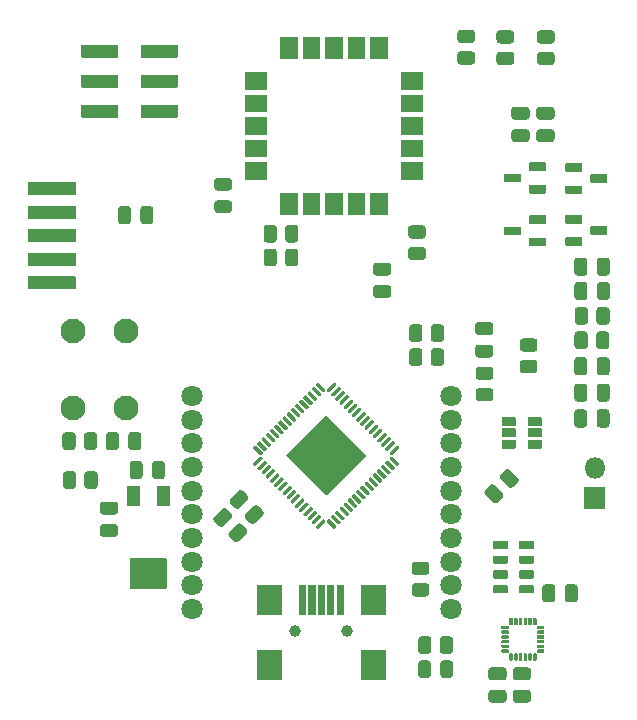
<source format=gts>
%TF.GenerationSoftware,KiCad,Pcbnew,5.1.9*%
%TF.CreationDate,2021-03-03T17:23:20-06:00*%
%TF.ProjectId,ARC-Boat0,4152432d-426f-4617-9430-2e6b69636164,rev?*%
%TF.SameCoordinates,Original*%
%TF.FileFunction,Soldermask,Top*%
%TF.FilePolarity,Negative*%
%FSLAX46Y46*%
G04 Gerber Fmt 4.6, Leading zero omitted, Abs format (unit mm)*
G04 Created by KiCad (PCBNEW 5.1.9) date 2021-03-03 17:23:20*
%MOMM*%
%LPD*%
G01*
G04 APERTURE LIST*
%ADD10C,2.100000*%
%ADD11O,1.800000X1.800000*%
%ADD12C,1.800000*%
%ADD13C,1.000000*%
G04 APERTURE END LIST*
%TO.C,C35*%
G36*
G01*
X137140000Y-91010000D02*
X138140000Y-91010000D01*
G75*
G02*
X138415000Y-91285000I0J-275000D01*
G01*
X138415000Y-91835000D01*
G75*
G02*
X138140000Y-92110000I-275000J0D01*
G01*
X137140000Y-92110000D01*
G75*
G02*
X136865000Y-91835000I0J275000D01*
G01*
X136865000Y-91285000D01*
G75*
G02*
X137140000Y-91010000I275000J0D01*
G01*
G37*
G36*
G01*
X137140000Y-89110000D02*
X138140000Y-89110000D01*
G75*
G02*
X138415000Y-89385000I0J-275000D01*
G01*
X138415000Y-89935000D01*
G75*
G02*
X138140000Y-90210000I-275000J0D01*
G01*
X137140000Y-90210000D01*
G75*
G02*
X136865000Y-89935000I0J275000D01*
G01*
X136865000Y-89385000D01*
G75*
G02*
X137140000Y-89110000I275000J0D01*
G01*
G37*
%TD*%
%TO.C,C34*%
G36*
G01*
X139210000Y-91000000D02*
X140210000Y-91000000D01*
G75*
G02*
X140485000Y-91275000I0J-275000D01*
G01*
X140485000Y-91825000D01*
G75*
G02*
X140210000Y-92100000I-275000J0D01*
G01*
X139210000Y-92100000D01*
G75*
G02*
X138935000Y-91825000I0J275000D01*
G01*
X138935000Y-91275000D01*
G75*
G02*
X139210000Y-91000000I275000J0D01*
G01*
G37*
G36*
G01*
X139210000Y-89100000D02*
X140210000Y-89100000D01*
G75*
G02*
X140485000Y-89375000I0J-275000D01*
G01*
X140485000Y-89925000D01*
G75*
G02*
X140210000Y-90200000I-275000J0D01*
G01*
X139210000Y-90200000D01*
G75*
G02*
X138935000Y-89925000I0J275000D01*
G01*
X138935000Y-89375000D01*
G75*
G02*
X139210000Y-89100000I275000J0D01*
G01*
G37*
%TD*%
%TO.C,C33*%
G36*
G01*
X143340000Y-83330000D02*
X143340000Y-82330000D01*
G75*
G02*
X143615000Y-82055000I275000J0D01*
G01*
X144165000Y-82055000D01*
G75*
G02*
X144440000Y-82330000I0J-275000D01*
G01*
X144440000Y-83330000D01*
G75*
G02*
X144165000Y-83605000I-275000J0D01*
G01*
X143615000Y-83605000D01*
G75*
G02*
X143340000Y-83330000I0J275000D01*
G01*
G37*
G36*
G01*
X141440000Y-83330000D02*
X141440000Y-82330000D01*
G75*
G02*
X141715000Y-82055000I275000J0D01*
G01*
X142265000Y-82055000D01*
G75*
G02*
X142540000Y-82330000I0J-275000D01*
G01*
X142540000Y-83330000D01*
G75*
G02*
X142265000Y-83605000I-275000J0D01*
G01*
X141715000Y-83605000D01*
G75*
G02*
X141440000Y-83330000I0J275000D01*
G01*
G37*
%TD*%
%TO.C,U3*%
G36*
G01*
X137975000Y-85805000D02*
X137975000Y-85655000D01*
G75*
G02*
X138050000Y-85580000I75000J0D01*
G01*
X138550000Y-85580000D01*
G75*
G02*
X138625000Y-85655000I0J-75000D01*
G01*
X138625000Y-85805000D01*
G75*
G02*
X138550000Y-85880000I-75000J0D01*
G01*
X138050000Y-85880000D01*
G75*
G02*
X137975000Y-85805000I0J75000D01*
G01*
G37*
G36*
G01*
X137975000Y-86205000D02*
X137975000Y-86055000D01*
G75*
G02*
X138050000Y-85980000I75000J0D01*
G01*
X138550000Y-85980000D01*
G75*
G02*
X138625000Y-86055000I0J-75000D01*
G01*
X138625000Y-86205000D01*
G75*
G02*
X138550000Y-86280000I-75000J0D01*
G01*
X138050000Y-86280000D01*
G75*
G02*
X137975000Y-86205000I0J75000D01*
G01*
G37*
G36*
G01*
X137975000Y-86605000D02*
X137975000Y-86455000D01*
G75*
G02*
X138050000Y-86380000I75000J0D01*
G01*
X138550000Y-86380000D01*
G75*
G02*
X138625000Y-86455000I0J-75000D01*
G01*
X138625000Y-86605000D01*
G75*
G02*
X138550000Y-86680000I-75000J0D01*
G01*
X138050000Y-86680000D01*
G75*
G02*
X137975000Y-86605000I0J75000D01*
G01*
G37*
G36*
G01*
X137975000Y-87005000D02*
X137975000Y-86855000D01*
G75*
G02*
X138050000Y-86780000I75000J0D01*
G01*
X138550000Y-86780000D01*
G75*
G02*
X138625000Y-86855000I0J-75000D01*
G01*
X138625000Y-87005000D01*
G75*
G02*
X138550000Y-87080000I-75000J0D01*
G01*
X138050000Y-87080000D01*
G75*
G02*
X137975000Y-87005000I0J75000D01*
G01*
G37*
G36*
G01*
X137975000Y-87405000D02*
X137975000Y-87255000D01*
G75*
G02*
X138050000Y-87180000I75000J0D01*
G01*
X138550000Y-87180000D01*
G75*
G02*
X138625000Y-87255000I0J-75000D01*
G01*
X138625000Y-87405000D01*
G75*
G02*
X138550000Y-87480000I-75000J0D01*
G01*
X138050000Y-87480000D01*
G75*
G02*
X137975000Y-87405000I0J75000D01*
G01*
G37*
G36*
G01*
X137975000Y-87805000D02*
X137975000Y-87655000D01*
G75*
G02*
X138050000Y-87580000I75000J0D01*
G01*
X138550000Y-87580000D01*
G75*
G02*
X138625000Y-87655000I0J-75000D01*
G01*
X138625000Y-87805000D01*
G75*
G02*
X138550000Y-87880000I-75000J0D01*
G01*
X138050000Y-87880000D01*
G75*
G02*
X137975000Y-87805000I0J75000D01*
G01*
G37*
G36*
G01*
X138875000Y-88555000D02*
X138725000Y-88555000D01*
G75*
G02*
X138650000Y-88480000I0J75000D01*
G01*
X138650000Y-87980000D01*
G75*
G02*
X138725000Y-87905000I75000J0D01*
G01*
X138875000Y-87905000D01*
G75*
G02*
X138950000Y-87980000I0J-75000D01*
G01*
X138950000Y-88480000D01*
G75*
G02*
X138875000Y-88555000I-75000J0D01*
G01*
G37*
G36*
G01*
X139275000Y-88555000D02*
X139125000Y-88555000D01*
G75*
G02*
X139050000Y-88480000I0J75000D01*
G01*
X139050000Y-87980000D01*
G75*
G02*
X139125000Y-87905000I75000J0D01*
G01*
X139275000Y-87905000D01*
G75*
G02*
X139350000Y-87980000I0J-75000D01*
G01*
X139350000Y-88480000D01*
G75*
G02*
X139275000Y-88555000I-75000J0D01*
G01*
G37*
G36*
G01*
X139675000Y-88555000D02*
X139525000Y-88555000D01*
G75*
G02*
X139450000Y-88480000I0J75000D01*
G01*
X139450000Y-87980000D01*
G75*
G02*
X139525000Y-87905000I75000J0D01*
G01*
X139675000Y-87905000D01*
G75*
G02*
X139750000Y-87980000I0J-75000D01*
G01*
X139750000Y-88480000D01*
G75*
G02*
X139675000Y-88555000I-75000J0D01*
G01*
G37*
G36*
G01*
X140075000Y-88555000D02*
X139925000Y-88555000D01*
G75*
G02*
X139850000Y-88480000I0J75000D01*
G01*
X139850000Y-87980000D01*
G75*
G02*
X139925000Y-87905000I75000J0D01*
G01*
X140075000Y-87905000D01*
G75*
G02*
X140150000Y-87980000I0J-75000D01*
G01*
X140150000Y-88480000D01*
G75*
G02*
X140075000Y-88555000I-75000J0D01*
G01*
G37*
G36*
G01*
X140475000Y-88555000D02*
X140325000Y-88555000D01*
G75*
G02*
X140250000Y-88480000I0J75000D01*
G01*
X140250000Y-87980000D01*
G75*
G02*
X140325000Y-87905000I75000J0D01*
G01*
X140475000Y-87905000D01*
G75*
G02*
X140550000Y-87980000I0J-75000D01*
G01*
X140550000Y-88480000D01*
G75*
G02*
X140475000Y-88555000I-75000J0D01*
G01*
G37*
G36*
G01*
X140875000Y-88555000D02*
X140725000Y-88555000D01*
G75*
G02*
X140650000Y-88480000I0J75000D01*
G01*
X140650000Y-87980000D01*
G75*
G02*
X140725000Y-87905000I75000J0D01*
G01*
X140875000Y-87905000D01*
G75*
G02*
X140950000Y-87980000I0J-75000D01*
G01*
X140950000Y-88480000D01*
G75*
G02*
X140875000Y-88555000I-75000J0D01*
G01*
G37*
G36*
G01*
X140975000Y-87805000D02*
X140975000Y-87655000D01*
G75*
G02*
X141050000Y-87580000I75000J0D01*
G01*
X141550000Y-87580000D01*
G75*
G02*
X141625000Y-87655000I0J-75000D01*
G01*
X141625000Y-87805000D01*
G75*
G02*
X141550000Y-87880000I-75000J0D01*
G01*
X141050000Y-87880000D01*
G75*
G02*
X140975000Y-87805000I0J75000D01*
G01*
G37*
G36*
G01*
X140975000Y-87405000D02*
X140975000Y-87255000D01*
G75*
G02*
X141050000Y-87180000I75000J0D01*
G01*
X141550000Y-87180000D01*
G75*
G02*
X141625000Y-87255000I0J-75000D01*
G01*
X141625000Y-87405000D01*
G75*
G02*
X141550000Y-87480000I-75000J0D01*
G01*
X141050000Y-87480000D01*
G75*
G02*
X140975000Y-87405000I0J75000D01*
G01*
G37*
G36*
G01*
X140975000Y-87005000D02*
X140975000Y-86855000D01*
G75*
G02*
X141050000Y-86780000I75000J0D01*
G01*
X141550000Y-86780000D01*
G75*
G02*
X141625000Y-86855000I0J-75000D01*
G01*
X141625000Y-87005000D01*
G75*
G02*
X141550000Y-87080000I-75000J0D01*
G01*
X141050000Y-87080000D01*
G75*
G02*
X140975000Y-87005000I0J75000D01*
G01*
G37*
G36*
G01*
X140975000Y-86605000D02*
X140975000Y-86455000D01*
G75*
G02*
X141050000Y-86380000I75000J0D01*
G01*
X141550000Y-86380000D01*
G75*
G02*
X141625000Y-86455000I0J-75000D01*
G01*
X141625000Y-86605000D01*
G75*
G02*
X141550000Y-86680000I-75000J0D01*
G01*
X141050000Y-86680000D01*
G75*
G02*
X140975000Y-86605000I0J75000D01*
G01*
G37*
G36*
G01*
X140975000Y-86205000D02*
X140975000Y-86055000D01*
G75*
G02*
X141050000Y-85980000I75000J0D01*
G01*
X141550000Y-85980000D01*
G75*
G02*
X141625000Y-86055000I0J-75000D01*
G01*
X141625000Y-86205000D01*
G75*
G02*
X141550000Y-86280000I-75000J0D01*
G01*
X141050000Y-86280000D01*
G75*
G02*
X140975000Y-86205000I0J75000D01*
G01*
G37*
G36*
G01*
X140975000Y-85805000D02*
X140975000Y-85655000D01*
G75*
G02*
X141050000Y-85580000I75000J0D01*
G01*
X141550000Y-85580000D01*
G75*
G02*
X141625000Y-85655000I0J-75000D01*
G01*
X141625000Y-85805000D01*
G75*
G02*
X141550000Y-85880000I-75000J0D01*
G01*
X141050000Y-85880000D01*
G75*
G02*
X140975000Y-85805000I0J75000D01*
G01*
G37*
G36*
G01*
X140875000Y-85555000D02*
X140725000Y-85555000D01*
G75*
G02*
X140650000Y-85480000I0J75000D01*
G01*
X140650000Y-84980000D01*
G75*
G02*
X140725000Y-84905000I75000J0D01*
G01*
X140875000Y-84905000D01*
G75*
G02*
X140950000Y-84980000I0J-75000D01*
G01*
X140950000Y-85480000D01*
G75*
G02*
X140875000Y-85555000I-75000J0D01*
G01*
G37*
G36*
G01*
X140475000Y-85555000D02*
X140325000Y-85555000D01*
G75*
G02*
X140250000Y-85480000I0J75000D01*
G01*
X140250000Y-84980000D01*
G75*
G02*
X140325000Y-84905000I75000J0D01*
G01*
X140475000Y-84905000D01*
G75*
G02*
X140550000Y-84980000I0J-75000D01*
G01*
X140550000Y-85480000D01*
G75*
G02*
X140475000Y-85555000I-75000J0D01*
G01*
G37*
G36*
G01*
X140075000Y-85555000D02*
X139925000Y-85555000D01*
G75*
G02*
X139850000Y-85480000I0J75000D01*
G01*
X139850000Y-84980000D01*
G75*
G02*
X139925000Y-84905000I75000J0D01*
G01*
X140075000Y-84905000D01*
G75*
G02*
X140150000Y-84980000I0J-75000D01*
G01*
X140150000Y-85480000D01*
G75*
G02*
X140075000Y-85555000I-75000J0D01*
G01*
G37*
G36*
G01*
X139675000Y-85555000D02*
X139525000Y-85555000D01*
G75*
G02*
X139450000Y-85480000I0J75000D01*
G01*
X139450000Y-84980000D01*
G75*
G02*
X139525000Y-84905000I75000J0D01*
G01*
X139675000Y-84905000D01*
G75*
G02*
X139750000Y-84980000I0J-75000D01*
G01*
X139750000Y-85480000D01*
G75*
G02*
X139675000Y-85555000I-75000J0D01*
G01*
G37*
G36*
G01*
X139275000Y-85555000D02*
X139125000Y-85555000D01*
G75*
G02*
X139050000Y-85480000I0J75000D01*
G01*
X139050000Y-84980000D01*
G75*
G02*
X139125000Y-84905000I75000J0D01*
G01*
X139275000Y-84905000D01*
G75*
G02*
X139350000Y-84980000I0J-75000D01*
G01*
X139350000Y-85480000D01*
G75*
G02*
X139275000Y-85555000I-75000J0D01*
G01*
G37*
G36*
G01*
X138875000Y-85555000D02*
X138725000Y-85555000D01*
G75*
G02*
X138650000Y-85480000I0J75000D01*
G01*
X138650000Y-84980000D01*
G75*
G02*
X138725000Y-84905000I75000J0D01*
G01*
X138875000Y-84905000D01*
G75*
G02*
X138950000Y-84980000I0J-75000D01*
G01*
X138950000Y-85480000D01*
G75*
G02*
X138875000Y-85555000I-75000J0D01*
G01*
G37*
%TD*%
%TO.C,J1*%
G36*
G01*
X102424000Y-42508000D02*
X102424000Y-41508000D01*
G75*
G02*
X102474000Y-41458000I50000J0D01*
G01*
X105474000Y-41458000D01*
G75*
G02*
X105524000Y-41508000I0J-50000D01*
G01*
X105524000Y-42508000D01*
G75*
G02*
X105474000Y-42558000I-50000J0D01*
G01*
X102474000Y-42558000D01*
G75*
G02*
X102424000Y-42508000I0J50000D01*
G01*
G37*
G36*
G01*
X107464000Y-42508000D02*
X107464000Y-41508000D01*
G75*
G02*
X107514000Y-41458000I50000J0D01*
G01*
X110514000Y-41458000D01*
G75*
G02*
X110564000Y-41508000I0J-50000D01*
G01*
X110564000Y-42508000D01*
G75*
G02*
X110514000Y-42558000I-50000J0D01*
G01*
X107514000Y-42558000D01*
G75*
G02*
X107464000Y-42508000I0J50000D01*
G01*
G37*
G36*
G01*
X102424000Y-39968000D02*
X102424000Y-38968000D01*
G75*
G02*
X102474000Y-38918000I50000J0D01*
G01*
X105474000Y-38918000D01*
G75*
G02*
X105524000Y-38968000I0J-50000D01*
G01*
X105524000Y-39968000D01*
G75*
G02*
X105474000Y-40018000I-50000J0D01*
G01*
X102474000Y-40018000D01*
G75*
G02*
X102424000Y-39968000I0J50000D01*
G01*
G37*
G36*
G01*
X107464000Y-39968000D02*
X107464000Y-38968000D01*
G75*
G02*
X107514000Y-38918000I50000J0D01*
G01*
X110514000Y-38918000D01*
G75*
G02*
X110564000Y-38968000I0J-50000D01*
G01*
X110564000Y-39968000D01*
G75*
G02*
X110514000Y-40018000I-50000J0D01*
G01*
X107514000Y-40018000D01*
G75*
G02*
X107464000Y-39968000I0J50000D01*
G01*
G37*
G36*
G01*
X102424000Y-37428000D02*
X102424000Y-36428000D01*
G75*
G02*
X102474000Y-36378000I50000J0D01*
G01*
X105474000Y-36378000D01*
G75*
G02*
X105524000Y-36428000I0J-50000D01*
G01*
X105524000Y-37428000D01*
G75*
G02*
X105474000Y-37478000I-50000J0D01*
G01*
X102474000Y-37478000D01*
G75*
G02*
X102424000Y-37428000I0J50000D01*
G01*
G37*
G36*
G01*
X107464000Y-37428000D02*
X107464000Y-36428000D01*
G75*
G02*
X107514000Y-36378000I50000J0D01*
G01*
X110514000Y-36378000D01*
G75*
G02*
X110564000Y-36428000I0J-50000D01*
G01*
X110564000Y-37428000D01*
G75*
G02*
X110514000Y-37478000I-50000J0D01*
G01*
X107514000Y-37478000D01*
G75*
G02*
X107464000Y-37428000I0J50000D01*
G01*
G37*
%TD*%
D10*
%TO.C,SW1*%
X101668000Y-60654000D03*
X106168000Y-60654000D03*
X101668000Y-67154000D03*
X106168000Y-67154000D03*
%TD*%
%TO.C,R6*%
G36*
G01*
X130656389Y-81982000D02*
X131607611Y-81982000D01*
G75*
G02*
X131882000Y-82256389I0J-274389D01*
G01*
X131882000Y-82832611D01*
G75*
G02*
X131607611Y-83107000I-274389J0D01*
G01*
X130656389Y-83107000D01*
G75*
G02*
X130382000Y-82832611I0J274389D01*
G01*
X130382000Y-82256389D01*
G75*
G02*
X130656389Y-81982000I274389J0D01*
G01*
G37*
G36*
G01*
X130656389Y-80157000D02*
X131607611Y-80157000D01*
G75*
G02*
X131882000Y-80431389I0J-274389D01*
G01*
X131882000Y-81007611D01*
G75*
G02*
X131607611Y-81282000I-274389J0D01*
G01*
X130656389Y-81282000D01*
G75*
G02*
X130382000Y-81007611I0J274389D01*
G01*
X130382000Y-80431389D01*
G75*
G02*
X130656389Y-80157000I274389J0D01*
G01*
G37*
%TD*%
%TO.C,R5*%
G36*
G01*
X131300611Y-52800000D02*
X130349389Y-52800000D01*
G75*
G02*
X130075000Y-52525611I0J274389D01*
G01*
X130075000Y-51949389D01*
G75*
G02*
X130349389Y-51675000I274389J0D01*
G01*
X131300611Y-51675000D01*
G75*
G02*
X131575000Y-51949389I0J-274389D01*
G01*
X131575000Y-52525611D01*
G75*
G02*
X131300611Y-52800000I-274389J0D01*
G01*
G37*
G36*
G01*
X131300611Y-54625000D02*
X130349389Y-54625000D01*
G75*
G02*
X130075000Y-54350611I0J274389D01*
G01*
X130075000Y-53774389D01*
G75*
G02*
X130349389Y-53500000I274389J0D01*
G01*
X131300611Y-53500000D01*
G75*
G02*
X131575000Y-53774389I0J-274389D01*
G01*
X131575000Y-54350611D01*
G75*
G02*
X131300611Y-54625000I-274389J0D01*
G01*
G37*
%TD*%
%TO.C,R4*%
G36*
G01*
X118970000Y-53924389D02*
X118970000Y-54875611D01*
G75*
G02*
X118695611Y-55150000I-274389J0D01*
G01*
X118119389Y-55150000D01*
G75*
G02*
X117845000Y-54875611I0J274389D01*
G01*
X117845000Y-53924389D01*
G75*
G02*
X118119389Y-53650000I274389J0D01*
G01*
X118695611Y-53650000D01*
G75*
G02*
X118970000Y-53924389I0J-274389D01*
G01*
G37*
G36*
G01*
X120795000Y-53924389D02*
X120795000Y-54875611D01*
G75*
G02*
X120520611Y-55150000I-274389J0D01*
G01*
X119944389Y-55150000D01*
G75*
G02*
X119670000Y-54875611I0J274389D01*
G01*
X119670000Y-53924389D01*
G75*
G02*
X119944389Y-53650000I274389J0D01*
G01*
X120520611Y-53650000D01*
G75*
G02*
X120795000Y-53924389I0J-274389D01*
G01*
G37*
%TD*%
%TO.C,R3*%
G36*
G01*
X101976500Y-72774389D02*
X101976500Y-73725611D01*
G75*
G02*
X101702111Y-74000000I-274389J0D01*
G01*
X101125889Y-74000000D01*
G75*
G02*
X100851500Y-73725611I0J274389D01*
G01*
X100851500Y-72774389D01*
G75*
G02*
X101125889Y-72500000I274389J0D01*
G01*
X101702111Y-72500000D01*
G75*
G02*
X101976500Y-72774389I0J-274389D01*
G01*
G37*
G36*
G01*
X103801500Y-72774389D02*
X103801500Y-73725611D01*
G75*
G02*
X103527111Y-74000000I-274389J0D01*
G01*
X102950889Y-74000000D01*
G75*
G02*
X102676500Y-73725611I0J274389D01*
G01*
X102676500Y-72774389D01*
G75*
G02*
X102950889Y-72500000I274389J0D01*
G01*
X103527111Y-72500000D01*
G75*
G02*
X103801500Y-72774389I0J-274389D01*
G01*
G37*
%TD*%
%TO.C,R2*%
G36*
G01*
X102629500Y-70423611D02*
X102629500Y-69472389D01*
G75*
G02*
X102903889Y-69198000I274389J0D01*
G01*
X103480111Y-69198000D01*
G75*
G02*
X103754500Y-69472389I0J-274389D01*
G01*
X103754500Y-70423611D01*
G75*
G02*
X103480111Y-70698000I-274389J0D01*
G01*
X102903889Y-70698000D01*
G75*
G02*
X102629500Y-70423611I0J274389D01*
G01*
G37*
G36*
G01*
X100804500Y-70423611D02*
X100804500Y-69472389D01*
G75*
G02*
X101078889Y-69198000I274389J0D01*
G01*
X101655111Y-69198000D01*
G75*
G02*
X101929500Y-69472389I0J-274389D01*
G01*
X101929500Y-70423611D01*
G75*
G02*
X101655111Y-70698000I-274389J0D01*
G01*
X101078889Y-70698000D01*
G75*
G02*
X100804500Y-70423611I0J274389D01*
G01*
G37*
%TD*%
%TO.C,C10*%
G36*
G01*
X107410000Y-51320000D02*
X107410000Y-50320000D01*
G75*
G02*
X107685000Y-50045000I275000J0D01*
G01*
X108235000Y-50045000D01*
G75*
G02*
X108510000Y-50320000I0J-275000D01*
G01*
X108510000Y-51320000D01*
G75*
G02*
X108235000Y-51595000I-275000J0D01*
G01*
X107685000Y-51595000D01*
G75*
G02*
X107410000Y-51320000I0J275000D01*
G01*
G37*
G36*
G01*
X105510000Y-51320000D02*
X105510000Y-50320000D01*
G75*
G02*
X105785000Y-50045000I275000J0D01*
G01*
X106335000Y-50045000D01*
G75*
G02*
X106610000Y-50320000I0J-275000D01*
G01*
X106610000Y-51320000D01*
G75*
G02*
X106335000Y-51595000I-275000J0D01*
G01*
X105785000Y-51595000D01*
G75*
G02*
X105510000Y-51320000I0J275000D01*
G01*
G37*
%TD*%
%TO.C,C8*%
G36*
G01*
X106386000Y-70448000D02*
X106386000Y-69448000D01*
G75*
G02*
X106661000Y-69173000I275000J0D01*
G01*
X107211000Y-69173000D01*
G75*
G02*
X107486000Y-69448000I0J-275000D01*
G01*
X107486000Y-70448000D01*
G75*
G02*
X107211000Y-70723000I-275000J0D01*
G01*
X106661000Y-70723000D01*
G75*
G02*
X106386000Y-70448000I0J275000D01*
G01*
G37*
G36*
G01*
X104486000Y-70448000D02*
X104486000Y-69448000D01*
G75*
G02*
X104761000Y-69173000I275000J0D01*
G01*
X105311000Y-69173000D01*
G75*
G02*
X105586000Y-69448000I0J-275000D01*
G01*
X105586000Y-70448000D01*
G75*
G02*
X105311000Y-70723000I-275000J0D01*
G01*
X104761000Y-70723000D01*
G75*
G02*
X104486000Y-70448000I0J275000D01*
G01*
G37*
%TD*%
%TO.C,U5*%
G36*
G01*
X123104645Y-74548757D02*
X119781243Y-71225355D01*
G75*
G02*
X119781243Y-71154645I35355J35355D01*
G01*
X123104645Y-67831243D01*
G75*
G02*
X123175355Y-67831243I35355J-35355D01*
G01*
X126498757Y-71154645D01*
G75*
G02*
X126498757Y-71225355I-35355J-35355D01*
G01*
X123175355Y-74548757D01*
G75*
G02*
X123104645Y-74548757I-35355J35355D01*
G01*
G37*
G36*
G01*
X117553857Y-71119290D02*
X116970493Y-70535926D01*
G75*
G02*
X116970493Y-70429860I53033J53033D01*
G01*
X117076559Y-70323794D01*
G75*
G02*
X117182625Y-70323794I53033J-53033D01*
G01*
X117765989Y-70907158D01*
G75*
G02*
X117765989Y-71013224I-53033J-53033D01*
G01*
X117659923Y-71119290D01*
G75*
G02*
X117553857Y-71119290I-53033J53033D01*
G01*
G37*
G36*
G01*
X117907410Y-70765736D02*
X117324046Y-70182372D01*
G75*
G02*
X117324046Y-70076306I53033J53033D01*
G01*
X117430112Y-69970240D01*
G75*
G02*
X117536178Y-69970240I53033J-53033D01*
G01*
X118119542Y-70553604D01*
G75*
G02*
X118119542Y-70659670I-53033J-53033D01*
G01*
X118013476Y-70765736D01*
G75*
G02*
X117907410Y-70765736I-53033J53033D01*
G01*
G37*
G36*
G01*
X118260964Y-70412183D02*
X117677600Y-69828819D01*
G75*
G02*
X117677600Y-69722753I53033J53033D01*
G01*
X117783666Y-69616687D01*
G75*
G02*
X117889732Y-69616687I53033J-53033D01*
G01*
X118473096Y-70200051D01*
G75*
G02*
X118473096Y-70306117I-53033J-53033D01*
G01*
X118367030Y-70412183D01*
G75*
G02*
X118260964Y-70412183I-53033J53033D01*
G01*
G37*
G36*
G01*
X118614517Y-70058630D02*
X118031153Y-69475266D01*
G75*
G02*
X118031153Y-69369200I53033J53033D01*
G01*
X118137219Y-69263134D01*
G75*
G02*
X118243285Y-69263134I53033J-53033D01*
G01*
X118826649Y-69846498D01*
G75*
G02*
X118826649Y-69952564I-53033J-53033D01*
G01*
X118720583Y-70058630D01*
G75*
G02*
X118614517Y-70058630I-53033J53033D01*
G01*
G37*
G36*
G01*
X118968070Y-69705076D02*
X118384706Y-69121712D01*
G75*
G02*
X118384706Y-69015646I53033J53033D01*
G01*
X118490772Y-68909580D01*
G75*
G02*
X118596838Y-68909580I53033J-53033D01*
G01*
X119180202Y-69492944D01*
G75*
G02*
X119180202Y-69599010I-53033J-53033D01*
G01*
X119074136Y-69705076D01*
G75*
G02*
X118968070Y-69705076I-53033J53033D01*
G01*
G37*
G36*
G01*
X119321624Y-69351523D02*
X118738260Y-68768159D01*
G75*
G02*
X118738260Y-68662093I53033J53033D01*
G01*
X118844326Y-68556027D01*
G75*
G02*
X118950392Y-68556027I53033J-53033D01*
G01*
X119533756Y-69139391D01*
G75*
G02*
X119533756Y-69245457I-53033J-53033D01*
G01*
X119427690Y-69351523D01*
G75*
G02*
X119321624Y-69351523I-53033J53033D01*
G01*
G37*
G36*
G01*
X119675177Y-68997969D02*
X119091813Y-68414605D01*
G75*
G02*
X119091813Y-68308539I53033J53033D01*
G01*
X119197879Y-68202473D01*
G75*
G02*
X119303945Y-68202473I53033J-53033D01*
G01*
X119887309Y-68785837D01*
G75*
G02*
X119887309Y-68891903I-53033J-53033D01*
G01*
X119781243Y-68997969D01*
G75*
G02*
X119675177Y-68997969I-53033J53033D01*
G01*
G37*
G36*
G01*
X120028731Y-68644416D02*
X119445367Y-68061052D01*
G75*
G02*
X119445367Y-67954986I53033J53033D01*
G01*
X119551433Y-67848920D01*
G75*
G02*
X119657499Y-67848920I53033J-53033D01*
G01*
X120240863Y-68432284D01*
G75*
G02*
X120240863Y-68538350I-53033J-53033D01*
G01*
X120134797Y-68644416D01*
G75*
G02*
X120028731Y-68644416I-53033J53033D01*
G01*
G37*
G36*
G01*
X120382284Y-68290863D02*
X119798920Y-67707499D01*
G75*
G02*
X119798920Y-67601433I53033J53033D01*
G01*
X119904986Y-67495367D01*
G75*
G02*
X120011052Y-67495367I53033J-53033D01*
G01*
X120594416Y-68078731D01*
G75*
G02*
X120594416Y-68184797I-53033J-53033D01*
G01*
X120488350Y-68290863D01*
G75*
G02*
X120382284Y-68290863I-53033J53033D01*
G01*
G37*
G36*
G01*
X120735837Y-67937309D02*
X120152473Y-67353945D01*
G75*
G02*
X120152473Y-67247879I53033J53033D01*
G01*
X120258539Y-67141813D01*
G75*
G02*
X120364605Y-67141813I53033J-53033D01*
G01*
X120947969Y-67725177D01*
G75*
G02*
X120947969Y-67831243I-53033J-53033D01*
G01*
X120841903Y-67937309D01*
G75*
G02*
X120735837Y-67937309I-53033J53033D01*
G01*
G37*
G36*
G01*
X121089391Y-67583756D02*
X120506027Y-67000392D01*
G75*
G02*
X120506027Y-66894326I53033J53033D01*
G01*
X120612093Y-66788260D01*
G75*
G02*
X120718159Y-66788260I53033J-53033D01*
G01*
X121301523Y-67371624D01*
G75*
G02*
X121301523Y-67477690I-53033J-53033D01*
G01*
X121195457Y-67583756D01*
G75*
G02*
X121089391Y-67583756I-53033J53033D01*
G01*
G37*
G36*
G01*
X121442944Y-67230202D02*
X120859580Y-66646838D01*
G75*
G02*
X120859580Y-66540772I53033J53033D01*
G01*
X120965646Y-66434706D01*
G75*
G02*
X121071712Y-66434706I53033J-53033D01*
G01*
X121655076Y-67018070D01*
G75*
G02*
X121655076Y-67124136I-53033J-53033D01*
G01*
X121549010Y-67230202D01*
G75*
G02*
X121442944Y-67230202I-53033J53033D01*
G01*
G37*
G36*
G01*
X121796498Y-66876649D02*
X121213134Y-66293285D01*
G75*
G02*
X121213134Y-66187219I53033J53033D01*
G01*
X121319200Y-66081153D01*
G75*
G02*
X121425266Y-66081153I53033J-53033D01*
G01*
X122008630Y-66664517D01*
G75*
G02*
X122008630Y-66770583I-53033J-53033D01*
G01*
X121902564Y-66876649D01*
G75*
G02*
X121796498Y-66876649I-53033J53033D01*
G01*
G37*
G36*
G01*
X122150051Y-66523096D02*
X121566687Y-65939732D01*
G75*
G02*
X121566687Y-65833666I53033J53033D01*
G01*
X121672753Y-65727600D01*
G75*
G02*
X121778819Y-65727600I53033J-53033D01*
G01*
X122362183Y-66310964D01*
G75*
G02*
X122362183Y-66417030I-53033J-53033D01*
G01*
X122256117Y-66523096D01*
G75*
G02*
X122150051Y-66523096I-53033J53033D01*
G01*
G37*
G36*
G01*
X122503604Y-66169542D02*
X121920240Y-65586178D01*
G75*
G02*
X121920240Y-65480112I53033J53033D01*
G01*
X122026306Y-65374046D01*
G75*
G02*
X122132372Y-65374046I53033J-53033D01*
G01*
X122715736Y-65957410D01*
G75*
G02*
X122715736Y-66063476I-53033J-53033D01*
G01*
X122609670Y-66169542D01*
G75*
G02*
X122503604Y-66169542I-53033J53033D01*
G01*
G37*
G36*
G01*
X122857158Y-65815989D02*
X122273794Y-65232625D01*
G75*
G02*
X122273794Y-65126559I53033J53033D01*
G01*
X122379860Y-65020493D01*
G75*
G02*
X122485926Y-65020493I53033J-53033D01*
G01*
X123069290Y-65603857D01*
G75*
G02*
X123069290Y-65709923I-53033J-53033D01*
G01*
X122963224Y-65815989D01*
G75*
G02*
X122857158Y-65815989I-53033J53033D01*
G01*
G37*
G36*
G01*
X123316776Y-65815989D02*
X123210710Y-65709923D01*
G75*
G02*
X123210710Y-65603857I53033J53033D01*
G01*
X123794074Y-65020493D01*
G75*
G02*
X123900140Y-65020493I53033J-53033D01*
G01*
X124006206Y-65126559D01*
G75*
G02*
X124006206Y-65232625I-53033J-53033D01*
G01*
X123422842Y-65815989D01*
G75*
G02*
X123316776Y-65815989I-53033J53033D01*
G01*
G37*
G36*
G01*
X123670330Y-66169542D02*
X123564264Y-66063476D01*
G75*
G02*
X123564264Y-65957410I53033J53033D01*
G01*
X124147628Y-65374046D01*
G75*
G02*
X124253694Y-65374046I53033J-53033D01*
G01*
X124359760Y-65480112D01*
G75*
G02*
X124359760Y-65586178I-53033J-53033D01*
G01*
X123776396Y-66169542D01*
G75*
G02*
X123670330Y-66169542I-53033J53033D01*
G01*
G37*
G36*
G01*
X124023883Y-66523096D02*
X123917817Y-66417030D01*
G75*
G02*
X123917817Y-66310964I53033J53033D01*
G01*
X124501181Y-65727600D01*
G75*
G02*
X124607247Y-65727600I53033J-53033D01*
G01*
X124713313Y-65833666D01*
G75*
G02*
X124713313Y-65939732I-53033J-53033D01*
G01*
X124129949Y-66523096D01*
G75*
G02*
X124023883Y-66523096I-53033J53033D01*
G01*
G37*
G36*
G01*
X124377436Y-66876649D02*
X124271370Y-66770583D01*
G75*
G02*
X124271370Y-66664517I53033J53033D01*
G01*
X124854734Y-66081153D01*
G75*
G02*
X124960800Y-66081153I53033J-53033D01*
G01*
X125066866Y-66187219D01*
G75*
G02*
X125066866Y-66293285I-53033J-53033D01*
G01*
X124483502Y-66876649D01*
G75*
G02*
X124377436Y-66876649I-53033J53033D01*
G01*
G37*
G36*
G01*
X124730990Y-67230202D02*
X124624924Y-67124136D01*
G75*
G02*
X124624924Y-67018070I53033J53033D01*
G01*
X125208288Y-66434706D01*
G75*
G02*
X125314354Y-66434706I53033J-53033D01*
G01*
X125420420Y-66540772D01*
G75*
G02*
X125420420Y-66646838I-53033J-53033D01*
G01*
X124837056Y-67230202D01*
G75*
G02*
X124730990Y-67230202I-53033J53033D01*
G01*
G37*
G36*
G01*
X125084543Y-67583756D02*
X124978477Y-67477690D01*
G75*
G02*
X124978477Y-67371624I53033J53033D01*
G01*
X125561841Y-66788260D01*
G75*
G02*
X125667907Y-66788260I53033J-53033D01*
G01*
X125773973Y-66894326D01*
G75*
G02*
X125773973Y-67000392I-53033J-53033D01*
G01*
X125190609Y-67583756D01*
G75*
G02*
X125084543Y-67583756I-53033J53033D01*
G01*
G37*
G36*
G01*
X125438097Y-67937309D02*
X125332031Y-67831243D01*
G75*
G02*
X125332031Y-67725177I53033J53033D01*
G01*
X125915395Y-67141813D01*
G75*
G02*
X126021461Y-67141813I53033J-53033D01*
G01*
X126127527Y-67247879D01*
G75*
G02*
X126127527Y-67353945I-53033J-53033D01*
G01*
X125544163Y-67937309D01*
G75*
G02*
X125438097Y-67937309I-53033J53033D01*
G01*
G37*
G36*
G01*
X125791650Y-68290863D02*
X125685584Y-68184797D01*
G75*
G02*
X125685584Y-68078731I53033J53033D01*
G01*
X126268948Y-67495367D01*
G75*
G02*
X126375014Y-67495367I53033J-53033D01*
G01*
X126481080Y-67601433D01*
G75*
G02*
X126481080Y-67707499I-53033J-53033D01*
G01*
X125897716Y-68290863D01*
G75*
G02*
X125791650Y-68290863I-53033J53033D01*
G01*
G37*
G36*
G01*
X126145203Y-68644416D02*
X126039137Y-68538350D01*
G75*
G02*
X126039137Y-68432284I53033J53033D01*
G01*
X126622501Y-67848920D01*
G75*
G02*
X126728567Y-67848920I53033J-53033D01*
G01*
X126834633Y-67954986D01*
G75*
G02*
X126834633Y-68061052I-53033J-53033D01*
G01*
X126251269Y-68644416D01*
G75*
G02*
X126145203Y-68644416I-53033J53033D01*
G01*
G37*
G36*
G01*
X126498757Y-68997969D02*
X126392691Y-68891903D01*
G75*
G02*
X126392691Y-68785837I53033J53033D01*
G01*
X126976055Y-68202473D01*
G75*
G02*
X127082121Y-68202473I53033J-53033D01*
G01*
X127188187Y-68308539D01*
G75*
G02*
X127188187Y-68414605I-53033J-53033D01*
G01*
X126604823Y-68997969D01*
G75*
G02*
X126498757Y-68997969I-53033J53033D01*
G01*
G37*
G36*
G01*
X126852310Y-69351523D02*
X126746244Y-69245457D01*
G75*
G02*
X126746244Y-69139391I53033J53033D01*
G01*
X127329608Y-68556027D01*
G75*
G02*
X127435674Y-68556027I53033J-53033D01*
G01*
X127541740Y-68662093D01*
G75*
G02*
X127541740Y-68768159I-53033J-53033D01*
G01*
X126958376Y-69351523D01*
G75*
G02*
X126852310Y-69351523I-53033J53033D01*
G01*
G37*
G36*
G01*
X127205864Y-69705076D02*
X127099798Y-69599010D01*
G75*
G02*
X127099798Y-69492944I53033J53033D01*
G01*
X127683162Y-68909580D01*
G75*
G02*
X127789228Y-68909580I53033J-53033D01*
G01*
X127895294Y-69015646D01*
G75*
G02*
X127895294Y-69121712I-53033J-53033D01*
G01*
X127311930Y-69705076D01*
G75*
G02*
X127205864Y-69705076I-53033J53033D01*
G01*
G37*
G36*
G01*
X127559417Y-70058630D02*
X127453351Y-69952564D01*
G75*
G02*
X127453351Y-69846498I53033J53033D01*
G01*
X128036715Y-69263134D01*
G75*
G02*
X128142781Y-69263134I53033J-53033D01*
G01*
X128248847Y-69369200D01*
G75*
G02*
X128248847Y-69475266I-53033J-53033D01*
G01*
X127665483Y-70058630D01*
G75*
G02*
X127559417Y-70058630I-53033J53033D01*
G01*
G37*
G36*
G01*
X127912970Y-70412183D02*
X127806904Y-70306117D01*
G75*
G02*
X127806904Y-70200051I53033J53033D01*
G01*
X128390268Y-69616687D01*
G75*
G02*
X128496334Y-69616687I53033J-53033D01*
G01*
X128602400Y-69722753D01*
G75*
G02*
X128602400Y-69828819I-53033J-53033D01*
G01*
X128019036Y-70412183D01*
G75*
G02*
X127912970Y-70412183I-53033J53033D01*
G01*
G37*
G36*
G01*
X128266524Y-70765736D02*
X128160458Y-70659670D01*
G75*
G02*
X128160458Y-70553604I53033J53033D01*
G01*
X128743822Y-69970240D01*
G75*
G02*
X128849888Y-69970240I53033J-53033D01*
G01*
X128955954Y-70076306D01*
G75*
G02*
X128955954Y-70182372I-53033J-53033D01*
G01*
X128372590Y-70765736D01*
G75*
G02*
X128266524Y-70765736I-53033J53033D01*
G01*
G37*
G36*
G01*
X128620077Y-71119290D02*
X128514011Y-71013224D01*
G75*
G02*
X128514011Y-70907158I53033J53033D01*
G01*
X129097375Y-70323794D01*
G75*
G02*
X129203441Y-70323794I53033J-53033D01*
G01*
X129309507Y-70429860D01*
G75*
G02*
X129309507Y-70535926I-53033J-53033D01*
G01*
X128726143Y-71119290D01*
G75*
G02*
X128620077Y-71119290I-53033J53033D01*
G01*
G37*
G36*
G01*
X129097375Y-72056206D02*
X128514011Y-71472842D01*
G75*
G02*
X128514011Y-71366776I53033J53033D01*
G01*
X128620077Y-71260710D01*
G75*
G02*
X128726143Y-71260710I53033J-53033D01*
G01*
X129309507Y-71844074D01*
G75*
G02*
X129309507Y-71950140I-53033J-53033D01*
G01*
X129203441Y-72056206D01*
G75*
G02*
X129097375Y-72056206I-53033J53033D01*
G01*
G37*
G36*
G01*
X128743822Y-72409760D02*
X128160458Y-71826396D01*
G75*
G02*
X128160458Y-71720330I53033J53033D01*
G01*
X128266524Y-71614264D01*
G75*
G02*
X128372590Y-71614264I53033J-53033D01*
G01*
X128955954Y-72197628D01*
G75*
G02*
X128955954Y-72303694I-53033J-53033D01*
G01*
X128849888Y-72409760D01*
G75*
G02*
X128743822Y-72409760I-53033J53033D01*
G01*
G37*
G36*
G01*
X128390268Y-72763313D02*
X127806904Y-72179949D01*
G75*
G02*
X127806904Y-72073883I53033J53033D01*
G01*
X127912970Y-71967817D01*
G75*
G02*
X128019036Y-71967817I53033J-53033D01*
G01*
X128602400Y-72551181D01*
G75*
G02*
X128602400Y-72657247I-53033J-53033D01*
G01*
X128496334Y-72763313D01*
G75*
G02*
X128390268Y-72763313I-53033J53033D01*
G01*
G37*
G36*
G01*
X128036715Y-73116866D02*
X127453351Y-72533502D01*
G75*
G02*
X127453351Y-72427436I53033J53033D01*
G01*
X127559417Y-72321370D01*
G75*
G02*
X127665483Y-72321370I53033J-53033D01*
G01*
X128248847Y-72904734D01*
G75*
G02*
X128248847Y-73010800I-53033J-53033D01*
G01*
X128142781Y-73116866D01*
G75*
G02*
X128036715Y-73116866I-53033J53033D01*
G01*
G37*
G36*
G01*
X127683162Y-73470420D02*
X127099798Y-72887056D01*
G75*
G02*
X127099798Y-72780990I53033J53033D01*
G01*
X127205864Y-72674924D01*
G75*
G02*
X127311930Y-72674924I53033J-53033D01*
G01*
X127895294Y-73258288D01*
G75*
G02*
X127895294Y-73364354I-53033J-53033D01*
G01*
X127789228Y-73470420D01*
G75*
G02*
X127683162Y-73470420I-53033J53033D01*
G01*
G37*
G36*
G01*
X127329608Y-73823973D02*
X126746244Y-73240609D01*
G75*
G02*
X126746244Y-73134543I53033J53033D01*
G01*
X126852310Y-73028477D01*
G75*
G02*
X126958376Y-73028477I53033J-53033D01*
G01*
X127541740Y-73611841D01*
G75*
G02*
X127541740Y-73717907I-53033J-53033D01*
G01*
X127435674Y-73823973D01*
G75*
G02*
X127329608Y-73823973I-53033J53033D01*
G01*
G37*
G36*
G01*
X126976055Y-74177527D02*
X126392691Y-73594163D01*
G75*
G02*
X126392691Y-73488097I53033J53033D01*
G01*
X126498757Y-73382031D01*
G75*
G02*
X126604823Y-73382031I53033J-53033D01*
G01*
X127188187Y-73965395D01*
G75*
G02*
X127188187Y-74071461I-53033J-53033D01*
G01*
X127082121Y-74177527D01*
G75*
G02*
X126976055Y-74177527I-53033J53033D01*
G01*
G37*
G36*
G01*
X126622501Y-74531080D02*
X126039137Y-73947716D01*
G75*
G02*
X126039137Y-73841650I53033J53033D01*
G01*
X126145203Y-73735584D01*
G75*
G02*
X126251269Y-73735584I53033J-53033D01*
G01*
X126834633Y-74318948D01*
G75*
G02*
X126834633Y-74425014I-53033J-53033D01*
G01*
X126728567Y-74531080D01*
G75*
G02*
X126622501Y-74531080I-53033J53033D01*
G01*
G37*
G36*
G01*
X126268948Y-74884633D02*
X125685584Y-74301269D01*
G75*
G02*
X125685584Y-74195203I53033J53033D01*
G01*
X125791650Y-74089137D01*
G75*
G02*
X125897716Y-74089137I53033J-53033D01*
G01*
X126481080Y-74672501D01*
G75*
G02*
X126481080Y-74778567I-53033J-53033D01*
G01*
X126375014Y-74884633D01*
G75*
G02*
X126268948Y-74884633I-53033J53033D01*
G01*
G37*
G36*
G01*
X125915395Y-75238187D02*
X125332031Y-74654823D01*
G75*
G02*
X125332031Y-74548757I53033J53033D01*
G01*
X125438097Y-74442691D01*
G75*
G02*
X125544163Y-74442691I53033J-53033D01*
G01*
X126127527Y-75026055D01*
G75*
G02*
X126127527Y-75132121I-53033J-53033D01*
G01*
X126021461Y-75238187D01*
G75*
G02*
X125915395Y-75238187I-53033J53033D01*
G01*
G37*
G36*
G01*
X125561841Y-75591740D02*
X124978477Y-75008376D01*
G75*
G02*
X124978477Y-74902310I53033J53033D01*
G01*
X125084543Y-74796244D01*
G75*
G02*
X125190609Y-74796244I53033J-53033D01*
G01*
X125773973Y-75379608D01*
G75*
G02*
X125773973Y-75485674I-53033J-53033D01*
G01*
X125667907Y-75591740D01*
G75*
G02*
X125561841Y-75591740I-53033J53033D01*
G01*
G37*
G36*
G01*
X125208288Y-75945294D02*
X124624924Y-75361930D01*
G75*
G02*
X124624924Y-75255864I53033J53033D01*
G01*
X124730990Y-75149798D01*
G75*
G02*
X124837056Y-75149798I53033J-53033D01*
G01*
X125420420Y-75733162D01*
G75*
G02*
X125420420Y-75839228I-53033J-53033D01*
G01*
X125314354Y-75945294D01*
G75*
G02*
X125208288Y-75945294I-53033J53033D01*
G01*
G37*
G36*
G01*
X124854734Y-76298847D02*
X124271370Y-75715483D01*
G75*
G02*
X124271370Y-75609417I53033J53033D01*
G01*
X124377436Y-75503351D01*
G75*
G02*
X124483502Y-75503351I53033J-53033D01*
G01*
X125066866Y-76086715D01*
G75*
G02*
X125066866Y-76192781I-53033J-53033D01*
G01*
X124960800Y-76298847D01*
G75*
G02*
X124854734Y-76298847I-53033J53033D01*
G01*
G37*
G36*
G01*
X124501181Y-76652400D02*
X123917817Y-76069036D01*
G75*
G02*
X123917817Y-75962970I53033J53033D01*
G01*
X124023883Y-75856904D01*
G75*
G02*
X124129949Y-75856904I53033J-53033D01*
G01*
X124713313Y-76440268D01*
G75*
G02*
X124713313Y-76546334I-53033J-53033D01*
G01*
X124607247Y-76652400D01*
G75*
G02*
X124501181Y-76652400I-53033J53033D01*
G01*
G37*
G36*
G01*
X124147628Y-77005954D02*
X123564264Y-76422590D01*
G75*
G02*
X123564264Y-76316524I53033J53033D01*
G01*
X123670330Y-76210458D01*
G75*
G02*
X123776396Y-76210458I53033J-53033D01*
G01*
X124359760Y-76793822D01*
G75*
G02*
X124359760Y-76899888I-53033J-53033D01*
G01*
X124253694Y-77005954D01*
G75*
G02*
X124147628Y-77005954I-53033J53033D01*
G01*
G37*
G36*
G01*
X123794074Y-77359507D02*
X123210710Y-76776143D01*
G75*
G02*
X123210710Y-76670077I53033J53033D01*
G01*
X123316776Y-76564011D01*
G75*
G02*
X123422842Y-76564011I53033J-53033D01*
G01*
X124006206Y-77147375D01*
G75*
G02*
X124006206Y-77253441I-53033J-53033D01*
G01*
X123900140Y-77359507D01*
G75*
G02*
X123794074Y-77359507I-53033J53033D01*
G01*
G37*
G36*
G01*
X122379860Y-77359507D02*
X122273794Y-77253441D01*
G75*
G02*
X122273794Y-77147375I53033J53033D01*
G01*
X122857158Y-76564011D01*
G75*
G02*
X122963224Y-76564011I53033J-53033D01*
G01*
X123069290Y-76670077D01*
G75*
G02*
X123069290Y-76776143I-53033J-53033D01*
G01*
X122485926Y-77359507D01*
G75*
G02*
X122379860Y-77359507I-53033J53033D01*
G01*
G37*
G36*
G01*
X122026306Y-77005954D02*
X121920240Y-76899888D01*
G75*
G02*
X121920240Y-76793822I53033J53033D01*
G01*
X122503604Y-76210458D01*
G75*
G02*
X122609670Y-76210458I53033J-53033D01*
G01*
X122715736Y-76316524D01*
G75*
G02*
X122715736Y-76422590I-53033J-53033D01*
G01*
X122132372Y-77005954D01*
G75*
G02*
X122026306Y-77005954I-53033J53033D01*
G01*
G37*
G36*
G01*
X121672753Y-76652400D02*
X121566687Y-76546334D01*
G75*
G02*
X121566687Y-76440268I53033J53033D01*
G01*
X122150051Y-75856904D01*
G75*
G02*
X122256117Y-75856904I53033J-53033D01*
G01*
X122362183Y-75962970D01*
G75*
G02*
X122362183Y-76069036I-53033J-53033D01*
G01*
X121778819Y-76652400D01*
G75*
G02*
X121672753Y-76652400I-53033J53033D01*
G01*
G37*
G36*
G01*
X121319200Y-76298847D02*
X121213134Y-76192781D01*
G75*
G02*
X121213134Y-76086715I53033J53033D01*
G01*
X121796498Y-75503351D01*
G75*
G02*
X121902564Y-75503351I53033J-53033D01*
G01*
X122008630Y-75609417D01*
G75*
G02*
X122008630Y-75715483I-53033J-53033D01*
G01*
X121425266Y-76298847D01*
G75*
G02*
X121319200Y-76298847I-53033J53033D01*
G01*
G37*
G36*
G01*
X120965646Y-75945294D02*
X120859580Y-75839228D01*
G75*
G02*
X120859580Y-75733162I53033J53033D01*
G01*
X121442944Y-75149798D01*
G75*
G02*
X121549010Y-75149798I53033J-53033D01*
G01*
X121655076Y-75255864D01*
G75*
G02*
X121655076Y-75361930I-53033J-53033D01*
G01*
X121071712Y-75945294D01*
G75*
G02*
X120965646Y-75945294I-53033J53033D01*
G01*
G37*
G36*
G01*
X120612093Y-75591740D02*
X120506027Y-75485674D01*
G75*
G02*
X120506027Y-75379608I53033J53033D01*
G01*
X121089391Y-74796244D01*
G75*
G02*
X121195457Y-74796244I53033J-53033D01*
G01*
X121301523Y-74902310D01*
G75*
G02*
X121301523Y-75008376I-53033J-53033D01*
G01*
X120718159Y-75591740D01*
G75*
G02*
X120612093Y-75591740I-53033J53033D01*
G01*
G37*
G36*
G01*
X120258539Y-75238187D02*
X120152473Y-75132121D01*
G75*
G02*
X120152473Y-75026055I53033J53033D01*
G01*
X120735837Y-74442691D01*
G75*
G02*
X120841903Y-74442691I53033J-53033D01*
G01*
X120947969Y-74548757D01*
G75*
G02*
X120947969Y-74654823I-53033J-53033D01*
G01*
X120364605Y-75238187D01*
G75*
G02*
X120258539Y-75238187I-53033J53033D01*
G01*
G37*
G36*
G01*
X119904986Y-74884633D02*
X119798920Y-74778567D01*
G75*
G02*
X119798920Y-74672501I53033J53033D01*
G01*
X120382284Y-74089137D01*
G75*
G02*
X120488350Y-74089137I53033J-53033D01*
G01*
X120594416Y-74195203D01*
G75*
G02*
X120594416Y-74301269I-53033J-53033D01*
G01*
X120011052Y-74884633D01*
G75*
G02*
X119904986Y-74884633I-53033J53033D01*
G01*
G37*
G36*
G01*
X119551433Y-74531080D02*
X119445367Y-74425014D01*
G75*
G02*
X119445367Y-74318948I53033J53033D01*
G01*
X120028731Y-73735584D01*
G75*
G02*
X120134797Y-73735584I53033J-53033D01*
G01*
X120240863Y-73841650D01*
G75*
G02*
X120240863Y-73947716I-53033J-53033D01*
G01*
X119657499Y-74531080D01*
G75*
G02*
X119551433Y-74531080I-53033J53033D01*
G01*
G37*
G36*
G01*
X119197879Y-74177527D02*
X119091813Y-74071461D01*
G75*
G02*
X119091813Y-73965395I53033J53033D01*
G01*
X119675177Y-73382031D01*
G75*
G02*
X119781243Y-73382031I53033J-53033D01*
G01*
X119887309Y-73488097D01*
G75*
G02*
X119887309Y-73594163I-53033J-53033D01*
G01*
X119303945Y-74177527D01*
G75*
G02*
X119197879Y-74177527I-53033J53033D01*
G01*
G37*
G36*
G01*
X118844326Y-73823973D02*
X118738260Y-73717907D01*
G75*
G02*
X118738260Y-73611841I53033J53033D01*
G01*
X119321624Y-73028477D01*
G75*
G02*
X119427690Y-73028477I53033J-53033D01*
G01*
X119533756Y-73134543D01*
G75*
G02*
X119533756Y-73240609I-53033J-53033D01*
G01*
X118950392Y-73823973D01*
G75*
G02*
X118844326Y-73823973I-53033J53033D01*
G01*
G37*
G36*
G01*
X118490772Y-73470420D02*
X118384706Y-73364354D01*
G75*
G02*
X118384706Y-73258288I53033J53033D01*
G01*
X118968070Y-72674924D01*
G75*
G02*
X119074136Y-72674924I53033J-53033D01*
G01*
X119180202Y-72780990D01*
G75*
G02*
X119180202Y-72887056I-53033J-53033D01*
G01*
X118596838Y-73470420D01*
G75*
G02*
X118490772Y-73470420I-53033J53033D01*
G01*
G37*
G36*
G01*
X118137219Y-73116866D02*
X118031153Y-73010800D01*
G75*
G02*
X118031153Y-72904734I53033J53033D01*
G01*
X118614517Y-72321370D01*
G75*
G02*
X118720583Y-72321370I53033J-53033D01*
G01*
X118826649Y-72427436D01*
G75*
G02*
X118826649Y-72533502I-53033J-53033D01*
G01*
X118243285Y-73116866D01*
G75*
G02*
X118137219Y-73116866I-53033J53033D01*
G01*
G37*
G36*
G01*
X117783666Y-72763313D02*
X117677600Y-72657247D01*
G75*
G02*
X117677600Y-72551181I53033J53033D01*
G01*
X118260964Y-71967817D01*
G75*
G02*
X118367030Y-71967817I53033J-53033D01*
G01*
X118473096Y-72073883D01*
G75*
G02*
X118473096Y-72179949I-53033J-53033D01*
G01*
X117889732Y-72763313D01*
G75*
G02*
X117783666Y-72763313I-53033J53033D01*
G01*
G37*
G36*
G01*
X117430112Y-72409760D02*
X117324046Y-72303694D01*
G75*
G02*
X117324046Y-72197628I53033J53033D01*
G01*
X117907410Y-71614264D01*
G75*
G02*
X118013476Y-71614264I53033J-53033D01*
G01*
X118119542Y-71720330D01*
G75*
G02*
X118119542Y-71826396I-53033J-53033D01*
G01*
X117536178Y-72409760D01*
G75*
G02*
X117430112Y-72409760I-53033J53033D01*
G01*
G37*
G36*
G01*
X117076559Y-72056206D02*
X116970493Y-71950140D01*
G75*
G02*
X116970493Y-71844074I53033J53033D01*
G01*
X117553857Y-71260710D01*
G75*
G02*
X117659923Y-71260710I53033J-53033D01*
G01*
X117765989Y-71366776D01*
G75*
G02*
X117765989Y-71472842I-53033J-53033D01*
G01*
X117182625Y-72056206D01*
G75*
G02*
X117076559Y-72056206I-53033J53033D01*
G01*
G37*
%TD*%
%TO.C,J2*%
G36*
G01*
X101910000Y-49110000D02*
X97910000Y-49110000D01*
G75*
G02*
X97860000Y-49060000I0J50000D01*
G01*
X97860000Y-48060000D01*
G75*
G02*
X97910000Y-48010000I50000J0D01*
G01*
X101910000Y-48010000D01*
G75*
G02*
X101960000Y-48060000I0J-50000D01*
G01*
X101960000Y-49060000D01*
G75*
G02*
X101910000Y-49110000I-50000J0D01*
G01*
G37*
G36*
G01*
X101910000Y-51110000D02*
X97910000Y-51110000D01*
G75*
G02*
X97860000Y-51060000I0J50000D01*
G01*
X97860000Y-50060000D01*
G75*
G02*
X97910000Y-50010000I50000J0D01*
G01*
X101910000Y-50010000D01*
G75*
G02*
X101960000Y-50060000I0J-50000D01*
G01*
X101960000Y-51060000D01*
G75*
G02*
X101910000Y-51110000I-50000J0D01*
G01*
G37*
G36*
G01*
X101910000Y-53110000D02*
X97910000Y-53110000D01*
G75*
G02*
X97860000Y-53060000I0J50000D01*
G01*
X97860000Y-52060000D01*
G75*
G02*
X97910000Y-52010000I50000J0D01*
G01*
X101910000Y-52010000D01*
G75*
G02*
X101960000Y-52060000I0J-50000D01*
G01*
X101960000Y-53060000D01*
G75*
G02*
X101910000Y-53110000I-50000J0D01*
G01*
G37*
G36*
G01*
X101910000Y-55110000D02*
X97910000Y-55110000D01*
G75*
G02*
X97860000Y-55060000I0J50000D01*
G01*
X97860000Y-54060000D01*
G75*
G02*
X97910000Y-54010000I50000J0D01*
G01*
X101910000Y-54010000D01*
G75*
G02*
X101960000Y-54060000I0J-50000D01*
G01*
X101960000Y-55060000D01*
G75*
G02*
X101910000Y-55110000I-50000J0D01*
G01*
G37*
G36*
G01*
X101910000Y-57110000D02*
X97910000Y-57110000D01*
G75*
G02*
X97860000Y-57060000I0J50000D01*
G01*
X97860000Y-56060000D01*
G75*
G02*
X97910000Y-56010000I50000J0D01*
G01*
X101910000Y-56010000D01*
G75*
G02*
X101960000Y-56060000I0J-50000D01*
G01*
X101960000Y-57060000D01*
G75*
G02*
X101910000Y-57110000I-50000J0D01*
G01*
G37*
%TD*%
%TO.C,Y1*%
G36*
G01*
X106525000Y-82400000D02*
X106525000Y-79900000D01*
G75*
G02*
X106575000Y-79850000I50000J0D01*
G01*
X109575000Y-79850000D01*
G75*
G02*
X109625000Y-79900000I0J-50000D01*
G01*
X109625000Y-82400000D01*
G75*
G02*
X109575000Y-82450000I-50000J0D01*
G01*
X106575000Y-82450000D01*
G75*
G02*
X106525000Y-82400000I0J50000D01*
G01*
G37*
G36*
G01*
X108795000Y-75400000D02*
X108795000Y-73800000D01*
G75*
G02*
X108845000Y-73750000I50000J0D01*
G01*
X109845000Y-73750000D01*
G75*
G02*
X109895000Y-73800000I0J-50000D01*
G01*
X109895000Y-75400000D01*
G75*
G02*
X109845000Y-75450000I-50000J0D01*
G01*
X108845000Y-75450000D01*
G75*
G02*
X108795000Y-75400000I0J50000D01*
G01*
G37*
G36*
G01*
X106255000Y-75400000D02*
X106255000Y-73800000D01*
G75*
G02*
X106305000Y-73750000I50000J0D01*
G01*
X107305000Y-73750000D01*
G75*
G02*
X107355000Y-73800000I0J-50000D01*
G01*
X107355000Y-75400000D01*
G75*
G02*
X107305000Y-75450000I-50000J0D01*
G01*
X106305000Y-75450000D01*
G75*
G02*
X106255000Y-75400000I0J50000D01*
G01*
G37*
%TD*%
%TO.C,U2*%
G36*
G01*
X137306000Y-79041000D02*
X137306000Y-78441000D01*
G75*
G02*
X137356000Y-78391000I50000J0D01*
G01*
X138456000Y-78391000D01*
G75*
G02*
X138506000Y-78441000I0J-50000D01*
G01*
X138506000Y-79041000D01*
G75*
G02*
X138456000Y-79091000I-50000J0D01*
G01*
X137356000Y-79091000D01*
G75*
G02*
X137306000Y-79041000I0J50000D01*
G01*
G37*
G36*
G01*
X137306000Y-80291000D02*
X137306000Y-79691000D01*
G75*
G02*
X137356000Y-79641000I50000J0D01*
G01*
X138456000Y-79641000D01*
G75*
G02*
X138506000Y-79691000I0J-50000D01*
G01*
X138506000Y-80291000D01*
G75*
G02*
X138456000Y-80341000I-50000J0D01*
G01*
X137356000Y-80341000D01*
G75*
G02*
X137306000Y-80291000I0J50000D01*
G01*
G37*
G36*
G01*
X137306000Y-81541000D02*
X137306000Y-80941000D01*
G75*
G02*
X137356000Y-80891000I50000J0D01*
G01*
X138456000Y-80891000D01*
G75*
G02*
X138506000Y-80941000I0J-50000D01*
G01*
X138506000Y-81541000D01*
G75*
G02*
X138456000Y-81591000I-50000J0D01*
G01*
X137356000Y-81591000D01*
G75*
G02*
X137306000Y-81541000I0J50000D01*
G01*
G37*
G36*
G01*
X137306000Y-82791000D02*
X137306000Y-82191000D01*
G75*
G02*
X137356000Y-82141000I50000J0D01*
G01*
X138456000Y-82141000D01*
G75*
G02*
X138506000Y-82191000I0J-50000D01*
G01*
X138506000Y-82791000D01*
G75*
G02*
X138456000Y-82841000I-50000J0D01*
G01*
X137356000Y-82841000D01*
G75*
G02*
X137306000Y-82791000I0J50000D01*
G01*
G37*
G36*
G01*
X139506000Y-82791000D02*
X139506000Y-82191000D01*
G75*
G02*
X139556000Y-82141000I50000J0D01*
G01*
X140656000Y-82141000D01*
G75*
G02*
X140706000Y-82191000I0J-50000D01*
G01*
X140706000Y-82791000D01*
G75*
G02*
X140656000Y-82841000I-50000J0D01*
G01*
X139556000Y-82841000D01*
G75*
G02*
X139506000Y-82791000I0J50000D01*
G01*
G37*
G36*
G01*
X139506000Y-81541000D02*
X139506000Y-80941000D01*
G75*
G02*
X139556000Y-80891000I50000J0D01*
G01*
X140656000Y-80891000D01*
G75*
G02*
X140706000Y-80941000I0J-50000D01*
G01*
X140706000Y-81541000D01*
G75*
G02*
X140656000Y-81591000I-50000J0D01*
G01*
X139556000Y-81591000D01*
G75*
G02*
X139506000Y-81541000I0J50000D01*
G01*
G37*
G36*
G01*
X139506000Y-80291000D02*
X139506000Y-79691000D01*
G75*
G02*
X139556000Y-79641000I50000J0D01*
G01*
X140656000Y-79641000D01*
G75*
G02*
X140706000Y-79691000I0J-50000D01*
G01*
X140706000Y-80291000D01*
G75*
G02*
X140656000Y-80341000I-50000J0D01*
G01*
X139556000Y-80341000D01*
G75*
G02*
X139506000Y-80291000I0J50000D01*
G01*
G37*
G36*
G01*
X139506000Y-79041000D02*
X139506000Y-78441000D01*
G75*
G02*
X139556000Y-78391000I50000J0D01*
G01*
X140656000Y-78391000D01*
G75*
G02*
X140706000Y-78441000I0J-50000D01*
G01*
X140706000Y-79041000D01*
G75*
G02*
X140656000Y-79091000I-50000J0D01*
G01*
X139556000Y-79091000D01*
G75*
G02*
X139506000Y-79041000I0J50000D01*
G01*
G37*
%TD*%
%TO.C,U1*%
G36*
G01*
X119259999Y-37570000D02*
X119259999Y-35770000D01*
G75*
G02*
X119260000Y-35769999I1J0D01*
G01*
X120760000Y-35769999D01*
G75*
G02*
X120760001Y-35770000I0J-1D01*
G01*
X120760001Y-37570000D01*
G75*
G02*
X120760000Y-37570001I-1J0D01*
G01*
X119260000Y-37570001D01*
G75*
G02*
X119259999Y-37570000I0J1D01*
G01*
G37*
G36*
G01*
X121159999Y-37570000D02*
X121159999Y-35770000D01*
G75*
G02*
X121160000Y-35769999I1J0D01*
G01*
X122660000Y-35769999D01*
G75*
G02*
X122660001Y-35770000I0J-1D01*
G01*
X122660001Y-37570000D01*
G75*
G02*
X122660000Y-37570001I-1J0D01*
G01*
X121160000Y-37570001D01*
G75*
G02*
X121159999Y-37570000I0J1D01*
G01*
G37*
G36*
G01*
X123059999Y-37570000D02*
X123059999Y-35770000D01*
G75*
G02*
X123060000Y-35769999I1J0D01*
G01*
X124560000Y-35769999D01*
G75*
G02*
X124560001Y-35770000I0J-1D01*
G01*
X124560001Y-37570000D01*
G75*
G02*
X124560000Y-37570001I-1J0D01*
G01*
X123060000Y-37570001D01*
G75*
G02*
X123059999Y-37570000I0J1D01*
G01*
G37*
G36*
G01*
X124959999Y-37570000D02*
X124959999Y-35770000D01*
G75*
G02*
X124960000Y-35769999I1J0D01*
G01*
X126460000Y-35769999D01*
G75*
G02*
X126460001Y-35770000I0J-1D01*
G01*
X126460001Y-37570000D01*
G75*
G02*
X126460000Y-37570001I-1J0D01*
G01*
X124960000Y-37570001D01*
G75*
G02*
X124959999Y-37570000I0J1D01*
G01*
G37*
G36*
G01*
X126859999Y-37570000D02*
X126859999Y-35770000D01*
G75*
G02*
X126860000Y-35769999I1J0D01*
G01*
X128360000Y-35769999D01*
G75*
G02*
X128360001Y-35770000I0J-1D01*
G01*
X128360001Y-37570000D01*
G75*
G02*
X128360000Y-37570001I-1J0D01*
G01*
X126860000Y-37570001D01*
G75*
G02*
X126859999Y-37570000I0J1D01*
G01*
G37*
G36*
G01*
X129509999Y-40220000D02*
X129509999Y-38720000D01*
G75*
G02*
X129510000Y-38719999I1J0D01*
G01*
X131310000Y-38719999D01*
G75*
G02*
X131310001Y-38720000I0J-1D01*
G01*
X131310001Y-40220000D01*
G75*
G02*
X131310000Y-40220001I-1J0D01*
G01*
X129510000Y-40220001D01*
G75*
G02*
X129509999Y-40220000I0J1D01*
G01*
G37*
G36*
G01*
X129509999Y-42120000D02*
X129509999Y-40620000D01*
G75*
G02*
X129510000Y-40619999I1J0D01*
G01*
X131310000Y-40619999D01*
G75*
G02*
X131310001Y-40620000I0J-1D01*
G01*
X131310001Y-42120000D01*
G75*
G02*
X131310000Y-42120001I-1J0D01*
G01*
X129510000Y-42120001D01*
G75*
G02*
X129509999Y-42120000I0J1D01*
G01*
G37*
G36*
G01*
X129509999Y-44020000D02*
X129509999Y-42520000D01*
G75*
G02*
X129510000Y-42519999I1J0D01*
G01*
X131310000Y-42519999D01*
G75*
G02*
X131310001Y-42520000I0J-1D01*
G01*
X131310001Y-44020000D01*
G75*
G02*
X131310000Y-44020001I-1J0D01*
G01*
X129510000Y-44020001D01*
G75*
G02*
X129509999Y-44020000I0J1D01*
G01*
G37*
G36*
G01*
X129509999Y-45920000D02*
X129509999Y-44420000D01*
G75*
G02*
X129510000Y-44419999I1J0D01*
G01*
X131310000Y-44419999D01*
G75*
G02*
X131310001Y-44420000I0J-1D01*
G01*
X131310001Y-45920000D01*
G75*
G02*
X131310000Y-45920001I-1J0D01*
G01*
X129510000Y-45920001D01*
G75*
G02*
X129509999Y-45920000I0J1D01*
G01*
G37*
G36*
G01*
X129509999Y-47820000D02*
X129509999Y-46320000D01*
G75*
G02*
X129510000Y-46319999I1J0D01*
G01*
X131310000Y-46319999D01*
G75*
G02*
X131310001Y-46320000I0J-1D01*
G01*
X131310001Y-47820000D01*
G75*
G02*
X131310000Y-47820001I-1J0D01*
G01*
X129510000Y-47820001D01*
G75*
G02*
X129509999Y-47820000I0J1D01*
G01*
G37*
G36*
G01*
X126859999Y-50770000D02*
X126859999Y-48970000D01*
G75*
G02*
X126860000Y-48969999I1J0D01*
G01*
X128360000Y-48969999D01*
G75*
G02*
X128360001Y-48970000I0J-1D01*
G01*
X128360001Y-50770000D01*
G75*
G02*
X128360000Y-50770001I-1J0D01*
G01*
X126860000Y-50770001D01*
G75*
G02*
X126859999Y-50770000I0J1D01*
G01*
G37*
G36*
G01*
X124959999Y-50770000D02*
X124959999Y-48970000D01*
G75*
G02*
X124960000Y-48969999I1J0D01*
G01*
X126460000Y-48969999D01*
G75*
G02*
X126460001Y-48970000I0J-1D01*
G01*
X126460001Y-50770000D01*
G75*
G02*
X126460000Y-50770001I-1J0D01*
G01*
X124960000Y-50770001D01*
G75*
G02*
X124959999Y-50770000I0J1D01*
G01*
G37*
G36*
G01*
X123059999Y-50770000D02*
X123059999Y-48970000D01*
G75*
G02*
X123060000Y-48969999I1J0D01*
G01*
X124560000Y-48969999D01*
G75*
G02*
X124560001Y-48970000I0J-1D01*
G01*
X124560001Y-50770000D01*
G75*
G02*
X124560000Y-50770001I-1J0D01*
G01*
X123060000Y-50770001D01*
G75*
G02*
X123059999Y-50770000I0J1D01*
G01*
G37*
G36*
G01*
X121159999Y-50770000D02*
X121159999Y-48970000D01*
G75*
G02*
X121160000Y-48969999I1J0D01*
G01*
X122660000Y-48969999D01*
G75*
G02*
X122660001Y-48970000I0J-1D01*
G01*
X122660001Y-50770000D01*
G75*
G02*
X122660000Y-50770001I-1J0D01*
G01*
X121160000Y-50770001D01*
G75*
G02*
X121159999Y-50770000I0J1D01*
G01*
G37*
G36*
G01*
X119259999Y-50770000D02*
X119259999Y-48970000D01*
G75*
G02*
X119260000Y-48969999I1J0D01*
G01*
X120760000Y-48969999D01*
G75*
G02*
X120760001Y-48970000I0J-1D01*
G01*
X120760001Y-50770000D01*
G75*
G02*
X120760000Y-50770001I-1J0D01*
G01*
X119260000Y-50770001D01*
G75*
G02*
X119259999Y-50770000I0J1D01*
G01*
G37*
G36*
G01*
X116309999Y-47820000D02*
X116309999Y-46320000D01*
G75*
G02*
X116310000Y-46319999I1J0D01*
G01*
X118110000Y-46319999D01*
G75*
G02*
X118110001Y-46320000I0J-1D01*
G01*
X118110001Y-47820000D01*
G75*
G02*
X118110000Y-47820001I-1J0D01*
G01*
X116310000Y-47820001D01*
G75*
G02*
X116309999Y-47820000I0J1D01*
G01*
G37*
G36*
G01*
X116309999Y-45920000D02*
X116309999Y-44420000D01*
G75*
G02*
X116310000Y-44419999I1J0D01*
G01*
X118110000Y-44419999D01*
G75*
G02*
X118110001Y-44420000I0J-1D01*
G01*
X118110001Y-45920000D01*
G75*
G02*
X118110000Y-45920001I-1J0D01*
G01*
X116310000Y-45920001D01*
G75*
G02*
X116309999Y-45920000I0J1D01*
G01*
G37*
G36*
G01*
X116309999Y-44020000D02*
X116309999Y-42520000D01*
G75*
G02*
X116310000Y-42519999I1J0D01*
G01*
X118110000Y-42519999D01*
G75*
G02*
X118110001Y-42520000I0J-1D01*
G01*
X118110001Y-44020000D01*
G75*
G02*
X118110000Y-44020001I-1J0D01*
G01*
X116310000Y-44020001D01*
G75*
G02*
X116309999Y-44020000I0J1D01*
G01*
G37*
G36*
G01*
X116309999Y-42120000D02*
X116309999Y-40620000D01*
G75*
G02*
X116310000Y-40619999I1J0D01*
G01*
X118110000Y-40619999D01*
G75*
G02*
X118110001Y-40620000I0J-1D01*
G01*
X118110001Y-42120000D01*
G75*
G02*
X118110000Y-42120001I-1J0D01*
G01*
X116310000Y-42120001D01*
G75*
G02*
X116309999Y-42120000I0J1D01*
G01*
G37*
G36*
G01*
X116309999Y-40220000D02*
X116309999Y-38720000D01*
G75*
G02*
X116310000Y-38719999I1J0D01*
G01*
X118110000Y-38719999D01*
G75*
G02*
X118110001Y-38720000I0J-1D01*
G01*
X118110001Y-40220000D01*
G75*
G02*
X118110000Y-40220001I-1J0D01*
G01*
X116310000Y-40220001D01*
G75*
G02*
X116309999Y-40220000I0J1D01*
G01*
G37*
%TD*%
%TO.C,U7*%
G36*
G01*
X139180000Y-68925000D02*
X139180000Y-69575000D01*
G75*
G02*
X139130000Y-69625000I-50000J0D01*
G01*
X138070000Y-69625000D01*
G75*
G02*
X138020000Y-69575000I0J50000D01*
G01*
X138020000Y-68925000D01*
G75*
G02*
X138070000Y-68875000I50000J0D01*
G01*
X139130000Y-68875000D01*
G75*
G02*
X139180000Y-68925000I0J-50000D01*
G01*
G37*
G36*
G01*
X139180000Y-69875000D02*
X139180000Y-70525000D01*
G75*
G02*
X139130000Y-70575000I-50000J0D01*
G01*
X138070000Y-70575000D01*
G75*
G02*
X138020000Y-70525000I0J50000D01*
G01*
X138020000Y-69875000D01*
G75*
G02*
X138070000Y-69825000I50000J0D01*
G01*
X139130000Y-69825000D01*
G75*
G02*
X139180000Y-69875000I0J-50000D01*
G01*
G37*
G36*
G01*
X139180000Y-67975000D02*
X139180000Y-68625000D01*
G75*
G02*
X139130000Y-68675000I-50000J0D01*
G01*
X138070000Y-68675000D01*
G75*
G02*
X138020000Y-68625000I0J50000D01*
G01*
X138020000Y-67975000D01*
G75*
G02*
X138070000Y-67925000I50000J0D01*
G01*
X139130000Y-67925000D01*
G75*
G02*
X139180000Y-67975000I0J-50000D01*
G01*
G37*
G36*
G01*
X141380000Y-67975000D02*
X141380000Y-68625000D01*
G75*
G02*
X141330000Y-68675000I-50000J0D01*
G01*
X140270000Y-68675000D01*
G75*
G02*
X140220000Y-68625000I0J50000D01*
G01*
X140220000Y-67975000D01*
G75*
G02*
X140270000Y-67925000I50000J0D01*
G01*
X141330000Y-67925000D01*
G75*
G02*
X141380000Y-67975000I0J-50000D01*
G01*
G37*
G36*
G01*
X141380000Y-68925000D02*
X141380000Y-69575000D01*
G75*
G02*
X141330000Y-69625000I-50000J0D01*
G01*
X140270000Y-69625000D01*
G75*
G02*
X140220000Y-69575000I0J50000D01*
G01*
X140220000Y-68925000D01*
G75*
G02*
X140270000Y-68875000I50000J0D01*
G01*
X141330000Y-68875000D01*
G75*
G02*
X141380000Y-68925000I0J-50000D01*
G01*
G37*
G36*
G01*
X141380000Y-69875000D02*
X141380000Y-70525000D01*
G75*
G02*
X141330000Y-70575000I-50000J0D01*
G01*
X140270000Y-70575000D01*
G75*
G02*
X140220000Y-70525000I0J50000D01*
G01*
X140220000Y-69875000D01*
G75*
G02*
X140270000Y-69825000I50000J0D01*
G01*
X141330000Y-69825000D01*
G75*
G02*
X141380000Y-69875000I0J-50000D01*
G01*
G37*
%TD*%
%TO.C,TH1*%
G36*
G01*
X114937680Y-77643796D02*
X115610296Y-76971180D01*
G75*
G02*
X115998340Y-76971180I194022J-194022D01*
G01*
X116405790Y-77378630D01*
G75*
G02*
X116405790Y-77766674I-194022J-194022D01*
G01*
X115733174Y-78439290D01*
G75*
G02*
X115345130Y-78439290I-194022J194022D01*
G01*
X114937680Y-78031840D01*
G75*
G02*
X114937680Y-77643796I194022J194022D01*
G01*
G37*
G36*
G01*
X113647210Y-76353326D02*
X114319826Y-75680710D01*
G75*
G02*
X114707870Y-75680710I194022J-194022D01*
G01*
X115115320Y-76088160D01*
G75*
G02*
X115115320Y-76476204I-194022J-194022D01*
G01*
X114442704Y-77148820D01*
G75*
G02*
X114054660Y-77148820I-194022J194022D01*
G01*
X113647210Y-76741370D01*
G75*
G02*
X113647210Y-76353326I194022J194022D01*
G01*
G37*
%TD*%
%TO.C,R1*%
G36*
G01*
X118960000Y-51914389D02*
X118960000Y-52865611D01*
G75*
G02*
X118685611Y-53140000I-274389J0D01*
G01*
X118109389Y-53140000D01*
G75*
G02*
X117835000Y-52865611I0J274389D01*
G01*
X117835000Y-51914389D01*
G75*
G02*
X118109389Y-51640000I274389J0D01*
G01*
X118685611Y-51640000D01*
G75*
G02*
X118960000Y-51914389I0J-274389D01*
G01*
G37*
G36*
G01*
X120785000Y-51914389D02*
X120785000Y-52865611D01*
G75*
G02*
X120510611Y-53140000I-274389J0D01*
G01*
X119934389Y-53140000D01*
G75*
G02*
X119660000Y-52865611I0J274389D01*
G01*
X119660000Y-51914389D01*
G75*
G02*
X119934389Y-51640000I274389J0D01*
G01*
X120510611Y-51640000D01*
G75*
G02*
X120785000Y-51914389I0J-274389D01*
G01*
G37*
%TD*%
%TO.C,R10*%
G36*
G01*
X131990000Y-61279611D02*
X131990000Y-60328389D01*
G75*
G02*
X132264389Y-60054000I274389J0D01*
G01*
X132840611Y-60054000D01*
G75*
G02*
X133115000Y-60328389I0J-274389D01*
G01*
X133115000Y-61279611D01*
G75*
G02*
X132840611Y-61554000I-274389J0D01*
G01*
X132264389Y-61554000D01*
G75*
G02*
X131990000Y-61279611I0J274389D01*
G01*
G37*
G36*
G01*
X130165000Y-61279611D02*
X130165000Y-60328389D01*
G75*
G02*
X130439389Y-60054000I274389J0D01*
G01*
X131015611Y-60054000D01*
G75*
G02*
X131290000Y-60328389I0J-274389D01*
G01*
X131290000Y-61279611D01*
G75*
G02*
X131015611Y-61554000I-274389J0D01*
G01*
X130439389Y-61554000D01*
G75*
G02*
X130165000Y-61279611I0J274389D01*
G01*
G37*
%TD*%
%TO.C,R9*%
G36*
G01*
X131990000Y-63311611D02*
X131990000Y-62360389D01*
G75*
G02*
X132264389Y-62086000I274389J0D01*
G01*
X132840611Y-62086000D01*
G75*
G02*
X133115000Y-62360389I0J-274389D01*
G01*
X133115000Y-63311611D01*
G75*
G02*
X132840611Y-63586000I-274389J0D01*
G01*
X132264389Y-63586000D01*
G75*
G02*
X131990000Y-63311611I0J274389D01*
G01*
G37*
G36*
G01*
X130165000Y-63311611D02*
X130165000Y-62360389D01*
G75*
G02*
X130439389Y-62086000I274389J0D01*
G01*
X131015611Y-62086000D01*
G75*
G02*
X131290000Y-62360389I0J-274389D01*
G01*
X131290000Y-63311611D01*
G75*
G02*
X131015611Y-63586000I-274389J0D01*
G01*
X130439389Y-63586000D01*
G75*
G02*
X130165000Y-63311611I0J274389D01*
G01*
G37*
%TD*%
%TO.C,R17*%
G36*
G01*
X132052000Y-86744389D02*
X132052000Y-87695611D01*
G75*
G02*
X131777611Y-87970000I-274389J0D01*
G01*
X131201389Y-87970000D01*
G75*
G02*
X130927000Y-87695611I0J274389D01*
G01*
X130927000Y-86744389D01*
G75*
G02*
X131201389Y-86470000I274389J0D01*
G01*
X131777611Y-86470000D01*
G75*
G02*
X132052000Y-86744389I0J-274389D01*
G01*
G37*
G36*
G01*
X133877000Y-86744389D02*
X133877000Y-87695611D01*
G75*
G02*
X133602611Y-87970000I-274389J0D01*
G01*
X133026389Y-87970000D01*
G75*
G02*
X132752000Y-87695611I0J274389D01*
G01*
X132752000Y-86744389D01*
G75*
G02*
X133026389Y-86470000I274389J0D01*
G01*
X133602611Y-86470000D01*
G75*
G02*
X133877000Y-86744389I0J-274389D01*
G01*
G37*
%TD*%
%TO.C,R22*%
G36*
G01*
X138785611Y-36290000D02*
X137834389Y-36290000D01*
G75*
G02*
X137560000Y-36015611I0J274389D01*
G01*
X137560000Y-35439389D01*
G75*
G02*
X137834389Y-35165000I274389J0D01*
G01*
X138785611Y-35165000D01*
G75*
G02*
X139060000Y-35439389I0J-274389D01*
G01*
X139060000Y-36015611D01*
G75*
G02*
X138785611Y-36290000I-274389J0D01*
G01*
G37*
G36*
G01*
X138785611Y-38115000D02*
X137834389Y-38115000D01*
G75*
G02*
X137560000Y-37840611I0J274389D01*
G01*
X137560000Y-37264389D01*
G75*
G02*
X137834389Y-36990000I274389J0D01*
G01*
X138785611Y-36990000D01*
G75*
G02*
X139060000Y-37264389I0J-274389D01*
G01*
X139060000Y-37840611D01*
G75*
G02*
X138785611Y-38115000I-274389J0D01*
G01*
G37*
%TD*%
%TO.C,R20*%
G36*
G01*
X135475611Y-36250000D02*
X134524389Y-36250000D01*
G75*
G02*
X134250000Y-35975611I0J274389D01*
G01*
X134250000Y-35399389D01*
G75*
G02*
X134524389Y-35125000I274389J0D01*
G01*
X135475611Y-35125000D01*
G75*
G02*
X135750000Y-35399389I0J-274389D01*
G01*
X135750000Y-35975611D01*
G75*
G02*
X135475611Y-36250000I-274389J0D01*
G01*
G37*
G36*
G01*
X135475611Y-38075000D02*
X134524389Y-38075000D01*
G75*
G02*
X134250000Y-37800611I0J274389D01*
G01*
X134250000Y-37224389D01*
G75*
G02*
X134524389Y-36950000I274389J0D01*
G01*
X135475611Y-36950000D01*
G75*
G02*
X135750000Y-37224389I0J-274389D01*
G01*
X135750000Y-37800611D01*
G75*
G02*
X135475611Y-38075000I-274389J0D01*
G01*
G37*
%TD*%
%TO.C,R19*%
G36*
G01*
X142205611Y-36290000D02*
X141254389Y-36290000D01*
G75*
G02*
X140980000Y-36015611I0J274389D01*
G01*
X140980000Y-35439389D01*
G75*
G02*
X141254389Y-35165000I274389J0D01*
G01*
X142205611Y-35165000D01*
G75*
G02*
X142480000Y-35439389I0J-274389D01*
G01*
X142480000Y-36015611D01*
G75*
G02*
X142205611Y-36290000I-274389J0D01*
G01*
G37*
G36*
G01*
X142205611Y-38115000D02*
X141254389Y-38115000D01*
G75*
G02*
X140980000Y-37840611I0J274389D01*
G01*
X140980000Y-37264389D01*
G75*
G02*
X141254389Y-36990000I274389J0D01*
G01*
X142205611Y-36990000D01*
G75*
G02*
X142480000Y-37264389I0J-274389D01*
G01*
X142480000Y-37840611D01*
G75*
G02*
X142205611Y-38115000I-274389J0D01*
G01*
G37*
%TD*%
%TO.C,R25*%
G36*
G01*
X146010000Y-59825611D02*
X146010000Y-58874389D01*
G75*
G02*
X146284389Y-58600000I274389J0D01*
G01*
X146860611Y-58600000D01*
G75*
G02*
X147135000Y-58874389I0J-274389D01*
G01*
X147135000Y-59825611D01*
G75*
G02*
X146860611Y-60100000I-274389J0D01*
G01*
X146284389Y-60100000D01*
G75*
G02*
X146010000Y-59825611I0J274389D01*
G01*
G37*
G36*
G01*
X144185000Y-59825611D02*
X144185000Y-58874389D01*
G75*
G02*
X144459389Y-58600000I274389J0D01*
G01*
X145035611Y-58600000D01*
G75*
G02*
X145310000Y-58874389I0J-274389D01*
G01*
X145310000Y-59825611D01*
G75*
G02*
X145035611Y-60100000I-274389J0D01*
G01*
X144459389Y-60100000D01*
G75*
G02*
X144185000Y-59825611I0J274389D01*
G01*
G37*
%TD*%
%TO.C,R24*%
G36*
G01*
X145990000Y-61885611D02*
X145990000Y-60934389D01*
G75*
G02*
X146264389Y-60660000I274389J0D01*
G01*
X146840611Y-60660000D01*
G75*
G02*
X147115000Y-60934389I0J-274389D01*
G01*
X147115000Y-61885611D01*
G75*
G02*
X146840611Y-62160000I-274389J0D01*
G01*
X146264389Y-62160000D01*
G75*
G02*
X145990000Y-61885611I0J274389D01*
G01*
G37*
G36*
G01*
X144165000Y-61885611D02*
X144165000Y-60934389D01*
G75*
G02*
X144439389Y-60660000I274389J0D01*
G01*
X145015611Y-60660000D01*
G75*
G02*
X145290000Y-60934389I0J-274389D01*
G01*
X145290000Y-61885611D01*
G75*
G02*
X145015611Y-62160000I-274389J0D01*
G01*
X144439389Y-62160000D01*
G75*
G02*
X144165000Y-61885611I0J274389D01*
G01*
G37*
%TD*%
%TO.C,R23*%
G36*
G01*
X139799389Y-63075000D02*
X140750611Y-63075000D01*
G75*
G02*
X141025000Y-63349389I0J-274389D01*
G01*
X141025000Y-63925611D01*
G75*
G02*
X140750611Y-64200000I-274389J0D01*
G01*
X139799389Y-64200000D01*
G75*
G02*
X139525000Y-63925611I0J274389D01*
G01*
X139525000Y-63349389D01*
G75*
G02*
X139799389Y-63075000I274389J0D01*
G01*
G37*
G36*
G01*
X139799389Y-61250000D02*
X140750611Y-61250000D01*
G75*
G02*
X141025000Y-61524389I0J-274389D01*
G01*
X141025000Y-62100611D01*
G75*
G02*
X140750611Y-62375000I-274389J0D01*
G01*
X139799389Y-62375000D01*
G75*
G02*
X139525000Y-62100611I0J274389D01*
G01*
X139525000Y-61524389D01*
G75*
G02*
X139799389Y-61250000I274389J0D01*
G01*
G37*
%TD*%
%TO.C,R21*%
G36*
G01*
X137025611Y-64760000D02*
X136074389Y-64760000D01*
G75*
G02*
X135800000Y-64485611I0J274389D01*
G01*
X135800000Y-63909389D01*
G75*
G02*
X136074389Y-63635000I274389J0D01*
G01*
X137025611Y-63635000D01*
G75*
G02*
X137300000Y-63909389I0J-274389D01*
G01*
X137300000Y-64485611D01*
G75*
G02*
X137025611Y-64760000I-274389J0D01*
G01*
G37*
G36*
G01*
X137025611Y-66585000D02*
X136074389Y-66585000D01*
G75*
G02*
X135800000Y-66310611I0J274389D01*
G01*
X135800000Y-65734389D01*
G75*
G02*
X136074389Y-65460000I274389J0D01*
G01*
X137025611Y-65460000D01*
G75*
G02*
X137300000Y-65734389I0J-274389D01*
G01*
X137300000Y-66310611D01*
G75*
G02*
X137025611Y-66585000I-274389J0D01*
G01*
G37*
%TD*%
%TO.C,R16*%
G36*
G01*
X116311180Y-76113796D02*
X116983796Y-75441180D01*
G75*
G02*
X117371840Y-75441180I194022J-194022D01*
G01*
X117779290Y-75848630D01*
G75*
G02*
X117779290Y-76236674I-194022J-194022D01*
G01*
X117106674Y-76909290D01*
G75*
G02*
X116718630Y-76909290I-194022J194022D01*
G01*
X116311180Y-76501840D01*
G75*
G02*
X116311180Y-76113796I194022J194022D01*
G01*
G37*
G36*
G01*
X115020710Y-74823326D02*
X115693326Y-74150710D01*
G75*
G02*
X116081370Y-74150710I194022J-194022D01*
G01*
X116488820Y-74558160D01*
G75*
G02*
X116488820Y-74946204I-194022J-194022D01*
G01*
X115816204Y-75618820D01*
G75*
G02*
X115428160Y-75618820I-194022J194022D01*
G01*
X115020710Y-75211370D01*
G75*
G02*
X115020710Y-74823326I194022J194022D01*
G01*
G37*
%TD*%
%TO.C,R15*%
G36*
G01*
X137406204Y-73669180D02*
X138078820Y-74341796D01*
G75*
G02*
X138078820Y-74729840I-194022J-194022D01*
G01*
X137671370Y-75137290D01*
G75*
G02*
X137283326Y-75137290I-194022J194022D01*
G01*
X136610710Y-74464674D01*
G75*
G02*
X136610710Y-74076630I194022J194022D01*
G01*
X137018160Y-73669180D01*
G75*
G02*
X137406204Y-73669180I194022J-194022D01*
G01*
G37*
G36*
G01*
X138696674Y-72378710D02*
X139369290Y-73051326D01*
G75*
G02*
X139369290Y-73439370I-194022J-194022D01*
G01*
X138961840Y-73846820D01*
G75*
G02*
X138573796Y-73846820I-194022J194022D01*
G01*
X137901180Y-73174204D01*
G75*
G02*
X137901180Y-72786160I194022J194022D01*
G01*
X138308630Y-72378710D01*
G75*
G02*
X138696674Y-72378710I194022J-194022D01*
G01*
G37*
%TD*%
%TO.C,Q4*%
G36*
G01*
X141770000Y-48320000D02*
X141770000Y-48920000D01*
G75*
G02*
X141700000Y-48990000I-70000J0D01*
G01*
X140400000Y-48990000D01*
G75*
G02*
X140330000Y-48920000I0J70000D01*
G01*
X140330000Y-48320000D01*
G75*
G02*
X140400000Y-48250000I70000J0D01*
G01*
X141700000Y-48250000D01*
G75*
G02*
X141770000Y-48320000I0J-70000D01*
G01*
G37*
G36*
G01*
X141770000Y-46420000D02*
X141770000Y-47020000D01*
G75*
G02*
X141700000Y-47090000I-70000J0D01*
G01*
X140400000Y-47090000D01*
G75*
G02*
X140330000Y-47020000I0J70000D01*
G01*
X140330000Y-46420000D01*
G75*
G02*
X140400000Y-46350000I70000J0D01*
G01*
X141700000Y-46350000D01*
G75*
G02*
X141770000Y-46420000I0J-70000D01*
G01*
G37*
G36*
G01*
X139670000Y-47370000D02*
X139670000Y-47970000D01*
G75*
G02*
X139600000Y-48040000I-70000J0D01*
G01*
X138300000Y-48040000D01*
G75*
G02*
X138230000Y-47970000I0J70000D01*
G01*
X138230000Y-47370000D01*
G75*
G02*
X138300000Y-47300000I70000J0D01*
G01*
X139600000Y-47300000D01*
G75*
G02*
X139670000Y-47370000I0J-70000D01*
G01*
G37*
%TD*%
%TO.C,Q3*%
G36*
G01*
X143400000Y-47080000D02*
X143400000Y-46480000D01*
G75*
G02*
X143470000Y-46410000I70000J0D01*
G01*
X144770000Y-46410000D01*
G75*
G02*
X144840000Y-46480000I0J-70000D01*
G01*
X144840000Y-47080000D01*
G75*
G02*
X144770000Y-47150000I-70000J0D01*
G01*
X143470000Y-47150000D01*
G75*
G02*
X143400000Y-47080000I0J70000D01*
G01*
G37*
G36*
G01*
X143400000Y-48980000D02*
X143400000Y-48380000D01*
G75*
G02*
X143470000Y-48310000I70000J0D01*
G01*
X144770000Y-48310000D01*
G75*
G02*
X144840000Y-48380000I0J-70000D01*
G01*
X144840000Y-48980000D01*
G75*
G02*
X144770000Y-49050000I-70000J0D01*
G01*
X143470000Y-49050000D01*
G75*
G02*
X143400000Y-48980000I0J70000D01*
G01*
G37*
G36*
G01*
X145500000Y-48030000D02*
X145500000Y-47430000D01*
G75*
G02*
X145570000Y-47360000I70000J0D01*
G01*
X146870000Y-47360000D01*
G75*
G02*
X146940000Y-47430000I0J-70000D01*
G01*
X146940000Y-48030000D01*
G75*
G02*
X146870000Y-48100000I-70000J0D01*
G01*
X145570000Y-48100000D01*
G75*
G02*
X145500000Y-48030000I0J70000D01*
G01*
G37*
%TD*%
%TO.C,Q2*%
G36*
G01*
X141770000Y-52800000D02*
X141770000Y-53400000D01*
G75*
G02*
X141700000Y-53470000I-70000J0D01*
G01*
X140400000Y-53470000D01*
G75*
G02*
X140330000Y-53400000I0J70000D01*
G01*
X140330000Y-52800000D01*
G75*
G02*
X140400000Y-52730000I70000J0D01*
G01*
X141700000Y-52730000D01*
G75*
G02*
X141770000Y-52800000I0J-70000D01*
G01*
G37*
G36*
G01*
X141770000Y-50900000D02*
X141770000Y-51500000D01*
G75*
G02*
X141700000Y-51570000I-70000J0D01*
G01*
X140400000Y-51570000D01*
G75*
G02*
X140330000Y-51500000I0J70000D01*
G01*
X140330000Y-50900000D01*
G75*
G02*
X140400000Y-50830000I70000J0D01*
G01*
X141700000Y-50830000D01*
G75*
G02*
X141770000Y-50900000I0J-70000D01*
G01*
G37*
G36*
G01*
X139670000Y-51850000D02*
X139670000Y-52450000D01*
G75*
G02*
X139600000Y-52520000I-70000J0D01*
G01*
X138300000Y-52520000D01*
G75*
G02*
X138230000Y-52450000I0J70000D01*
G01*
X138230000Y-51850000D01*
G75*
G02*
X138300000Y-51780000I70000J0D01*
G01*
X139600000Y-51780000D01*
G75*
G02*
X139670000Y-51850000I0J-70000D01*
G01*
G37*
%TD*%
%TO.C,Q1*%
G36*
G01*
X143390000Y-51460000D02*
X143390000Y-50860000D01*
G75*
G02*
X143460000Y-50790000I70000J0D01*
G01*
X144760000Y-50790000D01*
G75*
G02*
X144830000Y-50860000I0J-70000D01*
G01*
X144830000Y-51460000D01*
G75*
G02*
X144760000Y-51530000I-70000J0D01*
G01*
X143460000Y-51530000D01*
G75*
G02*
X143390000Y-51460000I0J70000D01*
G01*
G37*
G36*
G01*
X143390000Y-53360000D02*
X143390000Y-52760000D01*
G75*
G02*
X143460000Y-52690000I70000J0D01*
G01*
X144760000Y-52690000D01*
G75*
G02*
X144830000Y-52760000I0J-70000D01*
G01*
X144830000Y-53360000D01*
G75*
G02*
X144760000Y-53430000I-70000J0D01*
G01*
X143460000Y-53430000D01*
G75*
G02*
X143390000Y-53360000I0J70000D01*
G01*
G37*
G36*
G01*
X145490000Y-52410000D02*
X145490000Y-51810000D01*
G75*
G02*
X145560000Y-51740000I70000J0D01*
G01*
X146860000Y-51740000D01*
G75*
G02*
X146930000Y-51810000I0J-70000D01*
G01*
X146930000Y-52410000D01*
G75*
G02*
X146860000Y-52480000I-70000J0D01*
G01*
X145560000Y-52480000D01*
G75*
G02*
X145490000Y-52410000I0J70000D01*
G01*
G37*
%TD*%
D11*
%TO.C,J3*%
X145864000Y-72234000D03*
G36*
G01*
X146764000Y-73924000D02*
X146764000Y-75624000D01*
G75*
G02*
X146714000Y-75674000I-50000J0D01*
G01*
X145014000Y-75674000D01*
G75*
G02*
X144964000Y-75624000I0J50000D01*
G01*
X144964000Y-73924000D01*
G75*
G02*
X145014000Y-73874000I50000J0D01*
G01*
X146714000Y-73874000D01*
G75*
G02*
X146764000Y-73924000I0J-50000D01*
G01*
G37*
%TD*%
%TO.C,D1*%
G36*
G01*
X113928750Y-49550000D02*
X114891250Y-49550000D01*
G75*
G02*
X115160000Y-49818750I0J-268750D01*
G01*
X115160000Y-50356250D01*
G75*
G02*
X114891250Y-50625000I-268750J0D01*
G01*
X113928750Y-50625000D01*
G75*
G02*
X113660000Y-50356250I0J268750D01*
G01*
X113660000Y-49818750D01*
G75*
G02*
X113928750Y-49550000I268750J0D01*
G01*
G37*
G36*
G01*
X113928750Y-47675000D02*
X114891250Y-47675000D01*
G75*
G02*
X115160000Y-47943750I0J-268750D01*
G01*
X115160000Y-48481250D01*
G75*
G02*
X114891250Y-48750000I-268750J0D01*
G01*
X113928750Y-48750000D01*
G75*
G02*
X113660000Y-48481250I0J268750D01*
G01*
X113660000Y-47943750D01*
G75*
G02*
X113928750Y-47675000I268750J0D01*
G01*
G37*
%TD*%
%TO.C,D2*%
G36*
G01*
X132002000Y-88770750D02*
X132002000Y-89733250D01*
G75*
G02*
X131733250Y-90002000I-268750J0D01*
G01*
X131195750Y-90002000D01*
G75*
G02*
X130927000Y-89733250I0J268750D01*
G01*
X130927000Y-88770750D01*
G75*
G02*
X131195750Y-88502000I268750J0D01*
G01*
X131733250Y-88502000D01*
G75*
G02*
X132002000Y-88770750I0J-268750D01*
G01*
G37*
G36*
G01*
X133877000Y-88770750D02*
X133877000Y-89733250D01*
G75*
G02*
X133608250Y-90002000I-268750J0D01*
G01*
X133070750Y-90002000D01*
G75*
G02*
X132802000Y-89733250I0J268750D01*
G01*
X132802000Y-88770750D01*
G75*
G02*
X133070750Y-88502000I268750J0D01*
G01*
X133608250Y-88502000D01*
G75*
G02*
X133877000Y-88770750I0J-268750D01*
G01*
G37*
%TD*%
%TO.C,C31*%
G36*
G01*
X146060000Y-57740000D02*
X146060000Y-56740000D01*
G75*
G02*
X146335000Y-56465000I275000J0D01*
G01*
X146885000Y-56465000D01*
G75*
G02*
X147160000Y-56740000I0J-275000D01*
G01*
X147160000Y-57740000D01*
G75*
G02*
X146885000Y-58015000I-275000J0D01*
G01*
X146335000Y-58015000D01*
G75*
G02*
X146060000Y-57740000I0J275000D01*
G01*
G37*
G36*
G01*
X144160000Y-57740000D02*
X144160000Y-56740000D01*
G75*
G02*
X144435000Y-56465000I275000J0D01*
G01*
X144985000Y-56465000D01*
G75*
G02*
X145260000Y-56740000I0J-275000D01*
G01*
X145260000Y-57740000D01*
G75*
G02*
X144985000Y-58015000I-275000J0D01*
G01*
X144435000Y-58015000D01*
G75*
G02*
X144160000Y-57740000I0J275000D01*
G01*
G37*
%TD*%
%TO.C,C29*%
G36*
G01*
X146050000Y-55680000D02*
X146050000Y-54680000D01*
G75*
G02*
X146325000Y-54405000I275000J0D01*
G01*
X146875000Y-54405000D01*
G75*
G02*
X147150000Y-54680000I0J-275000D01*
G01*
X147150000Y-55680000D01*
G75*
G02*
X146875000Y-55955000I-275000J0D01*
G01*
X146325000Y-55955000D01*
G75*
G02*
X146050000Y-55680000I0J275000D01*
G01*
G37*
G36*
G01*
X144150000Y-55680000D02*
X144150000Y-54680000D01*
G75*
G02*
X144425000Y-54405000I275000J0D01*
G01*
X144975000Y-54405000D01*
G75*
G02*
X145250000Y-54680000I0J-275000D01*
G01*
X145250000Y-55680000D01*
G75*
G02*
X144975000Y-55955000I-275000J0D01*
G01*
X144425000Y-55955000D01*
G75*
G02*
X144150000Y-55680000I0J275000D01*
G01*
G37*
%TD*%
%TO.C,C32*%
G36*
G01*
X140090000Y-42730000D02*
X139090000Y-42730000D01*
G75*
G02*
X138815000Y-42455000I0J275000D01*
G01*
X138815000Y-41905000D01*
G75*
G02*
X139090000Y-41630000I275000J0D01*
G01*
X140090000Y-41630000D01*
G75*
G02*
X140365000Y-41905000I0J-275000D01*
G01*
X140365000Y-42455000D01*
G75*
G02*
X140090000Y-42730000I-275000J0D01*
G01*
G37*
G36*
G01*
X140090000Y-44630000D02*
X139090000Y-44630000D01*
G75*
G02*
X138815000Y-44355000I0J275000D01*
G01*
X138815000Y-43805000D01*
G75*
G02*
X139090000Y-43530000I275000J0D01*
G01*
X140090000Y-43530000D01*
G75*
G02*
X140365000Y-43805000I0J-275000D01*
G01*
X140365000Y-44355000D01*
G75*
G02*
X140090000Y-44630000I-275000J0D01*
G01*
G37*
%TD*%
%TO.C,C30*%
G36*
G01*
X142200000Y-42740000D02*
X141200000Y-42740000D01*
G75*
G02*
X140925000Y-42465000I0J275000D01*
G01*
X140925000Y-41915000D01*
G75*
G02*
X141200000Y-41640000I275000J0D01*
G01*
X142200000Y-41640000D01*
G75*
G02*
X142475000Y-41915000I0J-275000D01*
G01*
X142475000Y-42465000D01*
G75*
G02*
X142200000Y-42740000I-275000J0D01*
G01*
G37*
G36*
G01*
X142200000Y-44640000D02*
X141200000Y-44640000D01*
G75*
G02*
X140925000Y-44365000I0J275000D01*
G01*
X140925000Y-43815000D01*
G75*
G02*
X141200000Y-43540000I275000J0D01*
G01*
X142200000Y-43540000D01*
G75*
G02*
X142475000Y-43815000I0J-275000D01*
G01*
X142475000Y-44365000D01*
G75*
G02*
X142200000Y-44640000I-275000J0D01*
G01*
G37*
%TD*%
%TO.C,C21*%
G36*
G01*
X127380000Y-56740000D02*
X128380000Y-56740000D01*
G75*
G02*
X128655000Y-57015000I0J-275000D01*
G01*
X128655000Y-57565000D01*
G75*
G02*
X128380000Y-57840000I-275000J0D01*
G01*
X127380000Y-57840000D01*
G75*
G02*
X127105000Y-57565000I0J275000D01*
G01*
X127105000Y-57015000D01*
G75*
G02*
X127380000Y-56740000I275000J0D01*
G01*
G37*
G36*
G01*
X127380000Y-54840000D02*
X128380000Y-54840000D01*
G75*
G02*
X128655000Y-55115000I0J-275000D01*
G01*
X128655000Y-55665000D01*
G75*
G02*
X128380000Y-55940000I-275000J0D01*
G01*
X127380000Y-55940000D01*
G75*
G02*
X127105000Y-55665000I0J275000D01*
G01*
X127105000Y-55115000D01*
G75*
G02*
X127380000Y-54840000I275000J0D01*
G01*
G37*
%TD*%
%TO.C,C28*%
G36*
G01*
X137025000Y-60975000D02*
X136025000Y-60975000D01*
G75*
G02*
X135750000Y-60700000I0J275000D01*
G01*
X135750000Y-60150000D01*
G75*
G02*
X136025000Y-59875000I275000J0D01*
G01*
X137025000Y-59875000D01*
G75*
G02*
X137300000Y-60150000I0J-275000D01*
G01*
X137300000Y-60700000D01*
G75*
G02*
X137025000Y-60975000I-275000J0D01*
G01*
G37*
G36*
G01*
X137025000Y-62875000D02*
X136025000Y-62875000D01*
G75*
G02*
X135750000Y-62600000I0J275000D01*
G01*
X135750000Y-62050000D01*
G75*
G02*
X136025000Y-61775000I275000J0D01*
G01*
X137025000Y-61775000D01*
G75*
G02*
X137300000Y-62050000I0J-275000D01*
G01*
X137300000Y-62600000D01*
G75*
G02*
X137025000Y-62875000I-275000J0D01*
G01*
G37*
%TD*%
%TO.C,C20*%
G36*
G01*
X107600000Y-71900000D02*
X107600000Y-72900000D01*
G75*
G02*
X107325000Y-73175000I-275000J0D01*
G01*
X106775000Y-73175000D01*
G75*
G02*
X106500000Y-72900000I0J275000D01*
G01*
X106500000Y-71900000D01*
G75*
G02*
X106775000Y-71625000I275000J0D01*
G01*
X107325000Y-71625000D01*
G75*
G02*
X107600000Y-71900000I0J-275000D01*
G01*
G37*
G36*
G01*
X109500000Y-71900000D02*
X109500000Y-72900000D01*
G75*
G02*
X109225000Y-73175000I-275000J0D01*
G01*
X108675000Y-73175000D01*
G75*
G02*
X108400000Y-72900000I0J275000D01*
G01*
X108400000Y-71900000D01*
G75*
G02*
X108675000Y-71625000I275000J0D01*
G01*
X109225000Y-71625000D01*
G75*
G02*
X109500000Y-71900000I0J-275000D01*
G01*
G37*
%TD*%
%TO.C,C19*%
G36*
G01*
X105250000Y-76175000D02*
X104250000Y-76175000D01*
G75*
G02*
X103975000Y-75900000I0J275000D01*
G01*
X103975000Y-75350000D01*
G75*
G02*
X104250000Y-75075000I275000J0D01*
G01*
X105250000Y-75075000D01*
G75*
G02*
X105525000Y-75350000I0J-275000D01*
G01*
X105525000Y-75900000D01*
G75*
G02*
X105250000Y-76175000I-275000J0D01*
G01*
G37*
G36*
G01*
X105250000Y-78075000D02*
X104250000Y-78075000D01*
G75*
G02*
X103975000Y-77800000I0J275000D01*
G01*
X103975000Y-77250000D01*
G75*
G02*
X104250000Y-76975000I275000J0D01*
G01*
X105250000Y-76975000D01*
G75*
G02*
X105525000Y-77250000I0J-275000D01*
G01*
X105525000Y-77800000D01*
G75*
G02*
X105250000Y-78075000I-275000J0D01*
G01*
G37*
%TD*%
%TO.C,C27*%
G36*
G01*
X146040000Y-64110000D02*
X146040000Y-63110000D01*
G75*
G02*
X146315000Y-62835000I275000J0D01*
G01*
X146865000Y-62835000D01*
G75*
G02*
X147140000Y-63110000I0J-275000D01*
G01*
X147140000Y-64110000D01*
G75*
G02*
X146865000Y-64385000I-275000J0D01*
G01*
X146315000Y-64385000D01*
G75*
G02*
X146040000Y-64110000I0J275000D01*
G01*
G37*
G36*
G01*
X144140000Y-64110000D02*
X144140000Y-63110000D01*
G75*
G02*
X144415000Y-62835000I275000J0D01*
G01*
X144965000Y-62835000D01*
G75*
G02*
X145240000Y-63110000I0J-275000D01*
G01*
X145240000Y-64110000D01*
G75*
G02*
X144965000Y-64385000I-275000J0D01*
G01*
X144415000Y-64385000D01*
G75*
G02*
X144140000Y-64110000I0J275000D01*
G01*
G37*
%TD*%
%TO.C,C26*%
G36*
G01*
X146050000Y-66350000D02*
X146050000Y-65350000D01*
G75*
G02*
X146325000Y-65075000I275000J0D01*
G01*
X146875000Y-65075000D01*
G75*
G02*
X147150000Y-65350000I0J-275000D01*
G01*
X147150000Y-66350000D01*
G75*
G02*
X146875000Y-66625000I-275000J0D01*
G01*
X146325000Y-66625000D01*
G75*
G02*
X146050000Y-66350000I0J275000D01*
G01*
G37*
G36*
G01*
X144150000Y-66350000D02*
X144150000Y-65350000D01*
G75*
G02*
X144425000Y-65075000I275000J0D01*
G01*
X144975000Y-65075000D01*
G75*
G02*
X145250000Y-65350000I0J-275000D01*
G01*
X145250000Y-66350000D01*
G75*
G02*
X144975000Y-66625000I-275000J0D01*
G01*
X144425000Y-66625000D01*
G75*
G02*
X144150000Y-66350000I0J275000D01*
G01*
G37*
%TD*%
%TO.C,C23*%
G36*
G01*
X146030000Y-68530000D02*
X146030000Y-67530000D01*
G75*
G02*
X146305000Y-67255000I275000J0D01*
G01*
X146855000Y-67255000D01*
G75*
G02*
X147130000Y-67530000I0J-275000D01*
G01*
X147130000Y-68530000D01*
G75*
G02*
X146855000Y-68805000I-275000J0D01*
G01*
X146305000Y-68805000D01*
G75*
G02*
X146030000Y-68530000I0J275000D01*
G01*
G37*
G36*
G01*
X144130000Y-68530000D02*
X144130000Y-67530000D01*
G75*
G02*
X144405000Y-67255000I275000J0D01*
G01*
X144955000Y-67255000D01*
G75*
G02*
X145230000Y-67530000I0J-275000D01*
G01*
X145230000Y-68530000D01*
G75*
G02*
X144955000Y-68805000I-275000J0D01*
G01*
X144405000Y-68805000D01*
G75*
G02*
X144130000Y-68530000I0J275000D01*
G01*
G37*
%TD*%
D12*
%TO.C,MOD1*%
X133750000Y-84150000D03*
X133750000Y-82150000D03*
X133750000Y-80150000D03*
X133750000Y-78150000D03*
X133750000Y-76150000D03*
X133750000Y-74150000D03*
X133750000Y-72150000D03*
X133750000Y-70150000D03*
X133750000Y-68150000D03*
X133750000Y-66150000D03*
X111750000Y-66150000D03*
X111750000Y-68150000D03*
X111750000Y-70150000D03*
X111750000Y-72150000D03*
X111750000Y-74150000D03*
X111750000Y-76150000D03*
X111750000Y-78150000D03*
X111750000Y-80150000D03*
X111750000Y-82150000D03*
X111750000Y-84150000D03*
%TD*%
D13*
%TO.C,J4*%
X124940000Y-86000000D03*
X120540000Y-86000000D03*
G36*
G01*
X124040000Y-84650000D02*
X124040000Y-82150000D01*
G75*
G02*
X124090000Y-82100000I50000J0D01*
G01*
X124590000Y-82100000D01*
G75*
G02*
X124640000Y-82150000I0J-50000D01*
G01*
X124640000Y-84650000D01*
G75*
G02*
X124590000Y-84700000I-50000J0D01*
G01*
X124090000Y-84700000D01*
G75*
G02*
X124040000Y-84650000I0J50000D01*
G01*
G37*
G36*
G01*
X123240000Y-84650000D02*
X123240000Y-82150000D01*
G75*
G02*
X123290000Y-82100000I50000J0D01*
G01*
X123790000Y-82100000D01*
G75*
G02*
X123840000Y-82150000I0J-50000D01*
G01*
X123840000Y-84650000D01*
G75*
G02*
X123790000Y-84700000I-50000J0D01*
G01*
X123290000Y-84700000D01*
G75*
G02*
X123240000Y-84650000I0J50000D01*
G01*
G37*
G36*
G01*
X122440000Y-84650000D02*
X122440000Y-82150000D01*
G75*
G02*
X122490000Y-82100000I50000J0D01*
G01*
X122990000Y-82100000D01*
G75*
G02*
X123040000Y-82150000I0J-50000D01*
G01*
X123040000Y-84650000D01*
G75*
G02*
X122990000Y-84700000I-50000J0D01*
G01*
X122490000Y-84700000D01*
G75*
G02*
X122440000Y-84650000I0J50000D01*
G01*
G37*
G36*
G01*
X121640000Y-84650000D02*
X121640000Y-82150000D01*
G75*
G02*
X121690000Y-82100000I50000J0D01*
G01*
X122190000Y-82100000D01*
G75*
G02*
X122240000Y-82150000I0J-50000D01*
G01*
X122240000Y-84650000D01*
G75*
G02*
X122190000Y-84700000I-50000J0D01*
G01*
X121690000Y-84700000D01*
G75*
G02*
X121640000Y-84650000I0J50000D01*
G01*
G37*
G36*
G01*
X120840000Y-84650000D02*
X120840000Y-82150000D01*
G75*
G02*
X120890000Y-82100000I50000J0D01*
G01*
X121390000Y-82100000D01*
G75*
G02*
X121440000Y-82150000I0J-50000D01*
G01*
X121440000Y-84650000D01*
G75*
G02*
X121390000Y-84700000I-50000J0D01*
G01*
X120890000Y-84700000D01*
G75*
G02*
X120840000Y-84650000I0J50000D01*
G01*
G37*
G36*
G01*
X126090000Y-84650000D02*
X126090000Y-82150000D01*
G75*
G02*
X126140000Y-82100000I50000J0D01*
G01*
X128140000Y-82100000D01*
G75*
G02*
X128190000Y-82150000I0J-50000D01*
G01*
X128190000Y-84650000D01*
G75*
G02*
X128140000Y-84700000I-50000J0D01*
G01*
X126140000Y-84700000D01*
G75*
G02*
X126090000Y-84650000I0J50000D01*
G01*
G37*
G36*
G01*
X117290000Y-84650000D02*
X117290000Y-82150000D01*
G75*
G02*
X117340000Y-82100000I50000J0D01*
G01*
X119340000Y-82100000D01*
G75*
G02*
X119390000Y-82150000I0J-50000D01*
G01*
X119390000Y-84650000D01*
G75*
G02*
X119340000Y-84700000I-50000J0D01*
G01*
X117340000Y-84700000D01*
G75*
G02*
X117290000Y-84650000I0J50000D01*
G01*
G37*
G36*
G01*
X126090000Y-90150000D02*
X126090000Y-87650000D01*
G75*
G02*
X126140000Y-87600000I50000J0D01*
G01*
X128140000Y-87600000D01*
G75*
G02*
X128190000Y-87650000I0J-50000D01*
G01*
X128190000Y-90150000D01*
G75*
G02*
X128140000Y-90200000I-50000J0D01*
G01*
X126140000Y-90200000D01*
G75*
G02*
X126090000Y-90150000I0J50000D01*
G01*
G37*
G36*
G01*
X117290000Y-90150000D02*
X117290000Y-87650000D01*
G75*
G02*
X117340000Y-87600000I50000J0D01*
G01*
X119340000Y-87600000D01*
G75*
G02*
X119390000Y-87650000I0J-50000D01*
G01*
X119390000Y-90150000D01*
G75*
G02*
X119340000Y-90200000I-50000J0D01*
G01*
X117340000Y-90200000D01*
G75*
G02*
X117290000Y-90150000I0J50000D01*
G01*
G37*
%TD*%
M02*

</source>
